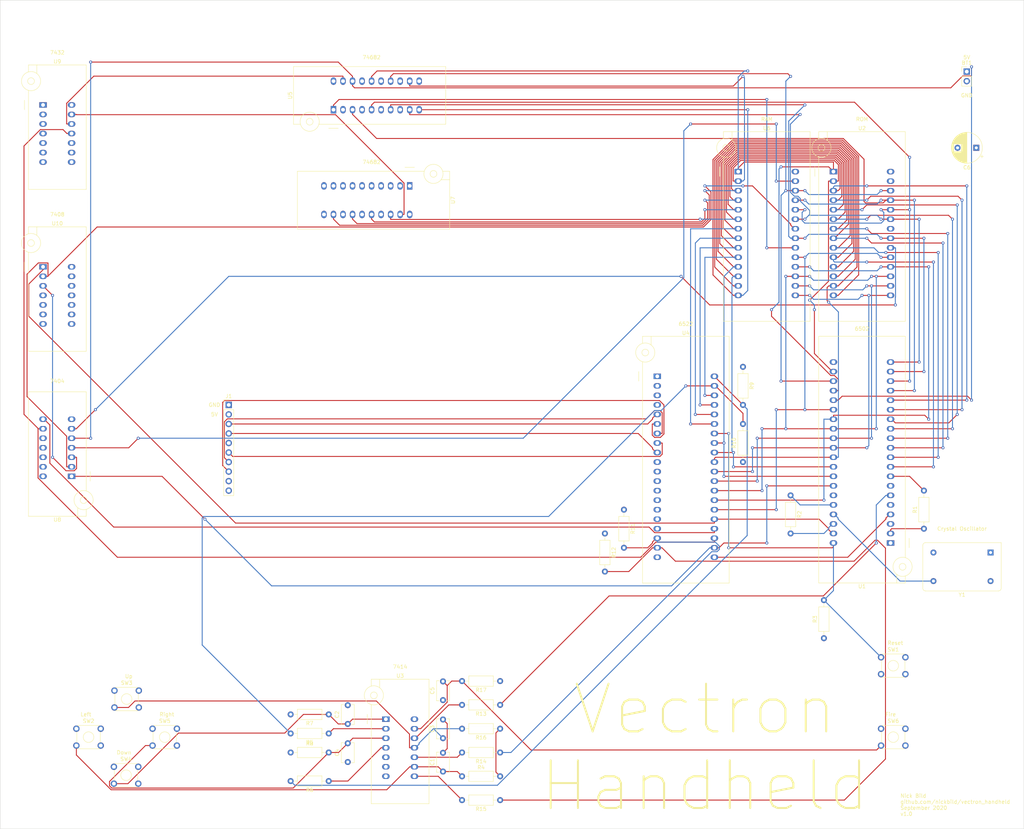
<source format=kicad_pcb>
(kicad_pcb (version 20171130) (host pcbnew "(5.1.5-0)")
  (layers (0 F.Cu signal) (1 GND signal hide) (2 PWR signal hide) (31 B.Cu signal) (34 B.Paste user) (35 F.Paste user) (36 B.SilkS user) (37 F.SilkS user) (38 B.Mask user) (39 F.Mask user) (44 Edge.Cuts user))
  (net 0 "")
  (net 1 GND)
  (net 2 +5V)
  (net 3 "Net-(C1-Pad1)")
  (net 4 "Net-(C2-Pad1)")
  (net 5 "Net-(C3-Pad1)")
  (net 6 "Net-(C4-Pad2)")
  (net 7 "Net-(C5-Pad2)")
  (net 8 "Net-(J1-Pad9)")
  (net 9 "Net-(J1-Pad8)")
  (net 10 "Net-(J1-Pad7)")
  (net 11 "Net-(J1-Pad6)")
  (net 12 "Net-(J1-Pad5)")
  (net 13 "Net-(J1-Pad4)")
  (net 14 "Net-(J1-Pad3)")
  (net 15 "Net-(R1-Pad1)")
  (net 16 "Net-(R2-Pad1)")
  (net 17 "Net-(R3-Pad2)")
  (net 18 "Net-(R10-Pad2)")
  (net 19 "Net-(R5-Pad1)")
  (net 20 "Net-(R6-Pad2)")
  (net 21 "Net-(R6-Pad1)")
  (net 22 "Net-(R11-Pad2)")
  (net 23 "Net-(R12-Pad2)")
  (net 24 "Net-(R13-Pad2)")
  (net 25 "Net-(R13-Pad1)")
  (net 26 "Net-(R14-Pad2)")
  (net 27 "Net-(R15-Pad2)")
  (net 28 "Net-(SW1-Pad2)")
  (net 29 "Net-(SW1-Pad4)")
  (net 30 "Net-(SW2-Pad2)")
  (net 31 "Net-(SW2-Pad4)")
  (net 32 "Net-(SW3-Pad2)")
  (net 33 "Net-(SW3-Pad4)")
  (net 34 "Net-(SW4-Pad2)")
  (net 35 "Net-(SW4-Pad4)")
  (net 36 "Net-(SW5-Pad2)")
  (net 37 "Net-(SW5-Pad4)")
  (net 38 "Net-(SW6-Pad2)")
  (net 39 "Net-(SW6-Pad4)")
  (net 40 "Net-(U1-Pad20)")
  (net 41 "Net-(U1-Pad22)")
  (net 42 "Net-(U1-Pad19)")
  (net 43 "Net-(U1-Pad23)")
  (net 44 "Net-(U1-Pad18)")
  (net 45 "Net-(U1-Pad24)")
  (net 46 "Net-(U1-Pad17)")
  (net 47 "Net-(U1-Pad25)")
  (net 48 "Net-(U1-Pad16)")
  (net 49 "Net-(U1-Pad26)")
  (net 50 "Net-(U1-Pad15)")
  (net 51 "Net-(U1-Pad27)")
  (net 52 "Net-(U1-Pad14)")
  (net 53 "Net-(U1-Pad28)")
  (net 54 "Net-(U1-Pad13)")
  (net 55 "Net-(U1-Pad29)")
  (net 56 "Net-(U1-Pad12)")
  (net 57 "Net-(U1-Pad30)")
  (net 58 "Net-(U1-Pad11)")
  (net 59 "Net-(U1-Pad31)")
  (net 60 "Net-(U1-Pad10)")
  (net 61 "Net-(U1-Pad32)")
  (net 62 "Net-(U1-Pad9)")
  (net 63 "Net-(U1-Pad33)")
  (net 64 "Net-(U1-Pad34)")
  (net 65 "Net-(U1-Pad7)")
  (net 66 "Net-(U1-Pad35)")
  (net 67 "Net-(U1-Pad5)")
  (net 68 "Net-(U1-Pad37)")
  (net 69 "Net-(U1-Pad4)")
  (net 70 "Net-(U1-Pad3)")
  (net 71 "Net-(U1-Pad39)")
  (net 72 "Net-(U1-Pad1)")
  (net 73 "Net-(U2-Pad20)")
  (net 74 "Net-(U3-Pad6)")
  (net 75 "Net-(U3-Pad5)")
  (net 76 "Net-(U4-Pad23)")
  (net 77 "Net-(U4-Pad24)")
  (net 78 "Net-(U4-Pad17)")
  (net 79 "Net-(U4-Pad16)")
  (net 80 "Net-(U4-Pad15)")
  (net 81 "Net-(U4-Pad14)")
  (net 82 "Net-(U4-Pad13)")
  (net 83 "Net-(U4-Pad12)")
  (net 84 "Net-(U4-Pad11)")
  (net 85 "Net-(U4-Pad10)")
  (net 86 "Net-(U4-Pad4)")
  (net 87 "Net-(U4-Pad3)")
  (net 88 "Net-(U4-Pad2)")
  (net 89 "Net-(U5-Pad19)")
  (net 90 "Net-(U5-Pad1)")
  (net 91 "Net-(U10-Pad2)")
  (net 92 "Net-(U6-Pad27)")
  (net 93 "Net-(U7-Pad19)")
  (net 94 "Net-(U7-Pad1)")
  (net 95 "Net-(U8-Pad10)")
  (net 96 "Net-(U8-Pad11)")
  (net 97 "Net-(U8-Pad12)")
  (net 98 "Net-(U10-Pad3)")
  (net 99 "Net-(U8-Pad13)")
  (net 100 "Net-(U9-Pad8)")
  (net 101 "Net-(U9-Pad9)")
  (net 102 "Net-(U9-Pad6)")
  (net 103 "Net-(U9-Pad10)")
  (net 104 "Net-(U9-Pad5)")
  (net 105 "Net-(U9-Pad4)")
  (net 106 "Net-(U9-Pad3)")
  (net 107 "Net-(U9-Pad2)")
  (net 108 "Net-(U9-Pad1)")
  (net 109 "Net-(U10-Pad8)")
  (net 110 "Net-(U10-Pad9)")
  (net 111 "Net-(U10-Pad6)")
  (net 112 "Net-(U10-Pad10)")
  (net 113 "Net-(U10-Pad5)")
  (net 114 "Net-(U10-Pad11)")
  (net 115 "Net-(U10-Pad4)")
  (net 116 "Net-(U10-Pad12)")
  (net 117 "Net-(U10-Pad13)")
  (module Socket:DIP_Socket-14_W4.3_W5.08_W7.62_W10.16_W10.9_3M_214-3339-00-0602J (layer F.Cu) (at -24.13 3.81)
    (fp_text reference U9 (at 3.81 -11.56) (layer F.SilkS))
    (fp_text value SN74HC32N)
    (pad 8 thru_hole oval (at 7.62 15.24) (size 2 1.44) (drill 1) (layers *.Cu *.Mask) (net 100 "Net-(U9-Pad8)"))
    (pad 7 thru_hole oval (at 0 15.24) (size 2 1.44) (drill 1) (layers *.Cu *.Mask) (net 1 GND))
    (pad 9 thru_hole oval (at 7.62 12.7) (size 2 1.44) (drill 1) (layers *.Cu *.Mask) (net 101 "Net-(U9-Pad9)"))
    (pad 6 thru_hole oval (at 0 12.7) (size 2 1.44) (drill 1) (layers *.Cu *.Mask) (net 102 "Net-(U9-Pad6)"))
    (pad 10 thru_hole oval (at 7.62 10.16) (size 2 1.44) (drill 1) (layers *.Cu *.Mask) (net 103 "Net-(U9-Pad10)"))
    (pad 5 thru_hole oval (at 0 10.16) (size 2 1.44) (drill 1) (layers *.Cu *.Mask) (net 104 "Net-(U9-Pad5)"))
    (pad 11 thru_hole oval (at 7.62 7.62) (size 2 1.44) (drill 1) (layers *.Cu *.Mask) (net 76 "Net-(U4-Pad23)"))
    (pad 4 thru_hole oval (at 0 7.62) (size 2 1.44) (drill 1) (layers *.Cu *.Mask) (net 105 "Net-(U9-Pad4)"))
    (pad 12 thru_hole oval (at 7.62 5.08) (size 2 1.44) (drill 1) (layers *.Cu *.Mask) (net 89 "Net-(U5-Pad19)"))
    (pad 3 thru_hole oval (at 0 5.08) (size 2 1.44) (drill 1) (layers *.Cu *.Mask) (net 106 "Net-(U9-Pad3)"))
    (pad 13 thru_hole oval (at 7.62 2.54) (size 2 1.44) (drill 1) (layers *.Cu *.Mask) (net 93 "Net-(U7-Pad19)"))
    (pad 2 thru_hole oval (at 0 2.54) (size 2 1.44) (drill 1) (layers *.Cu *.Mask) (net 107 "Net-(U9-Pad2)"))
    (pad 14 thru_hole oval (at 7.62 0) (size 2 1.44) (drill 1) (layers *.Cu *.Mask) (net 2 +5V))
    (pad 1 thru_hole rect (at 0 0) (size 2 1.44) (drill 1) (layers *.Cu *.Mask) (net 108 "Net-(U9-Pad1)"))
  )
  (module Oscillator:Oscillator_DIP-14 (layer F.Cu) (at 228.6 123.19 180)
    (fp_text reference Y1 (at 7.62 -11.26) (layer F.SilkS))
    (fp_text value "8MHz Crystal")
    (pad 7 thru_hole circle (at 15.24 0 180) (size 1.6 1.6) (drill 0.8) (layers *.Cu *.Mask) (net 1 GND))
    (pad 8 thru_hole circle (at 15.24 -7.62 180) (size 1.6 1.6) (drill 0.8) (layers *.Cu *.Mask) (net 68 "Net-(U1-Pad37)"))
    (pad 14 thru_hole circle (at 0 -7.62 180) (size 1.6 1.6) (drill 0.8) (layers *.Cu *.Mask) (net 2 +5V))
    (pad 1 thru_hole rect (at 0 0 180) (size 1.6 1.6) (drill 0.8) (layers *.Cu *.Mask))
  )
  (module Socket:DIP_Socket-14_W4.3_W5.08_W7.62_W10.16_W10.9_3M_214-3339-00-0602J (layer F.Cu) (at -24.13 46.99)
    (fp_text reference U10 (at 3.81 -11.56) (layer F.SilkS))
    (fp_text value SN74HC08N)
    (pad 8 thru_hole oval (at 7.62 15.24) (size 2 1.44) (drill 1) (layers *.Cu *.Mask) (net 109 "Net-(U10-Pad8)"))
    (pad 7 thru_hole oval (at 0 15.24) (size 2 1.44) (drill 1) (layers *.Cu *.Mask) (net 1 GND))
    (pad 9 thru_hole oval (at 7.62 12.7) (size 2 1.44) (drill 1) (layers *.Cu *.Mask) (net 110 "Net-(U10-Pad9)"))
    (pad 6 thru_hole oval (at 0 12.7) (size 2 1.44) (drill 1) (layers *.Cu *.Mask) (net 111 "Net-(U10-Pad6)"))
    (pad 10 thru_hole oval (at 7.62 10.16) (size 2 1.44) (drill 1) (layers *.Cu *.Mask) (net 112 "Net-(U10-Pad10)"))
    (pad 5 thru_hole oval (at 0 10.16) (size 2 1.44) (drill 1) (layers *.Cu *.Mask) (net 113 "Net-(U10-Pad5)"))
    (pad 11 thru_hole oval (at 7.62 7.62) (size 2 1.44) (drill 1) (layers *.Cu *.Mask) (net 114 "Net-(U10-Pad11)"))
    (pad 4 thru_hole oval (at 0 7.62) (size 2 1.44) (drill 1) (layers *.Cu *.Mask) (net 115 "Net-(U10-Pad4)"))
    (pad 12 thru_hole oval (at 7.62 5.08) (size 2 1.44) (drill 1) (layers *.Cu *.Mask) (net 116 "Net-(U10-Pad12)"))
    (pad 3 thru_hole oval (at 0 5.08) (size 2 1.44) (drill 1) (layers *.Cu *.Mask) (net 98 "Net-(U10-Pad3)"))
    (pad 13 thru_hole oval (at 7.62 2.54) (size 2 1.44) (drill 1) (layers *.Cu *.Mask) (net 117 "Net-(U10-Pad13)"))
    (pad 2 thru_hole oval (at 0 2.54) (size 2 1.44) (drill 1) (layers *.Cu *.Mask) (net 91 "Net-(U10-Pad2)"))
    (pad 14 thru_hole oval (at 7.62 0) (size 2 1.44) (drill 1) (layers *.Cu *.Mask) (net 2 +5V))
    (pad 1 thru_hole rect (at 0 0) (size 2 1.44) (drill 1) (layers *.Cu *.Mask) (net 71 "Net-(U1-Pad39)"))
  )
  (module Socket:DIP_Socket-14_W4.3_W5.08_W7.62_W10.16_W10.9_3M_214-3339-00-0602J (layer F.Cu) (at -16.51 102.87 180)
    (fp_text reference U8 (at 3.81 -11.56) (layer F.SilkS))
    (fp_text value SN74LS04N)
    (pad 8 thru_hole oval (at 7.62 15.24 180) (size 2 1.44) (drill 1) (layers *.Cu *.Mask) (net 77 "Net-(U4-Pad24)"))
    (pad 7 thru_hole oval (at 0 15.24 180) (size 2 1.44) (drill 1) (layers *.Cu *.Mask) (net 1 GND))
    (pad 9 thru_hole oval (at 7.62 12.7 180) (size 2 1.44) (drill 1) (layers *.Cu *.Mask) (net 76 "Net-(U4-Pad23)"))
    (pad 6 thru_hole oval (at 0 12.7 180) (size 2 1.44) (drill 1) (layers *.Cu *.Mask) (net 73 "Net-(U2-Pad20)"))
    (pad 10 thru_hole oval (at 7.62 10.16 180) (size 2 1.44) (drill 1) (layers *.Cu *.Mask) (net 95 "Net-(U8-Pad10)"))
    (pad 5 thru_hole oval (at 0 10.16 180) (size 2 1.44) (drill 1) (layers *.Cu *.Mask) (net 47 "Net-(U1-Pad25)"))
    (pad 11 thru_hole oval (at 7.62 7.62 180) (size 2 1.44) (drill 1) (layers *.Cu *.Mask) (net 96 "Net-(U8-Pad11)"))
    (pad 4 thru_hole oval (at 0 7.62 180) (size 2 1.44) (drill 1) (layers *.Cu *.Mask) (net 92 "Net-(U6-Pad27)"))
    (pad 12 thru_hole oval (at 7.62 5.08 180) (size 2 1.44) (drill 1) (layers *.Cu *.Mask) (net 97 "Net-(U8-Pad12)"))
    (pad 3 thru_hole oval (at 0 5.08 180) (size 2 1.44) (drill 1) (layers *.Cu *.Mask) (net 98 "Net-(U10-Pad3)"))
    (pad 13 thru_hole oval (at 7.62 2.54 180) (size 2 1.44) (drill 1) (layers *.Cu *.Mask) (net 99 "Net-(U8-Pad13)"))
    (pad 2 thru_hole oval (at 0 2.54 180) (size 2 1.44) (drill 1) (layers *.Cu *.Mask) (net 91 "Net-(U10-Pad2)"))
    (pad 14 thru_hole oval (at 7.62 0 180) (size 2 1.44) (drill 1) (layers *.Cu *.Mask) (net 2 +5V))
    (pad 1 thru_hole rect (at 0 0 180) (size 2 1.44) (drill 1) (layers *.Cu *.Mask) (net 64 "Net-(U1-Pad34)"))
  )
  (module Socket:DIP_Socket-20_W4.3_W5.08_W7.62_W10.16_W10.9_3M_220-3342-00-0602J (layer F.Cu) (at 73.66 25.4 270)
    (fp_text reference U7 (at 3.81 -11.56 90) (layer F.SilkS))
    (fp_text value 74LS682)
    (pad 11 thru_hole oval (at 7.62 22.86 270) (size 2 1.44) (drill 1) (layers *.Cu *.Mask) (net 2 +5V))
    (pad 10 thru_hole oval (at 0 22.86 270) (size 2 1.44) (drill 1) (layers *.Cu *.Mask) (net 1 GND))
    (pad 12 thru_hole oval (at 7.62 20.32 270) (size 2 1.44) (drill 1) (layers *.Cu *.Mask) (net 48 "Net-(U1-Pad16)"))
    (pad 9 thru_hole oval (at 0 20.32 270) (size 2 1.44) (drill 1) (layers *.Cu *.Mask) (net 1 GND))
    (pad 13 thru_hole oval (at 7.62 17.78 270) (size 2 1.44) (drill 1) (layers *.Cu *.Mask) (net 2 +5V))
    (pad 8 thru_hole oval (at 0 17.78 270) (size 2 1.44) (drill 1) (layers *.Cu *.Mask) (net 1 GND))
    (pad 14 thru_hole oval (at 7.62 15.24 270) (size 2 1.44) (drill 1) (layers *.Cu *.Mask) (net 50 "Net-(U1-Pad15)"))
    (pad 7 thru_hole oval (at 0 15.24 270) (size 2 1.44) (drill 1) (layers *.Cu *.Mask) (net 1 GND))
    (pad 15 thru_hole oval (at 7.62 12.7 270) (size 2 1.44) (drill 1) (layers *.Cu *.Mask) (net 2 +5V))
    (pad 6 thru_hole oval (at 0 12.7 270) (size 2 1.44) (drill 1) (layers *.Cu *.Mask) (net 1 GND))
    (pad 16 thru_hole oval (at 7.62 10.16 270) (size 2 1.44) (drill 1) (layers *.Cu *.Mask) (net 52 "Net-(U1-Pad14)"))
    (pad 5 thru_hole oval (at 0 10.16 270) (size 2 1.44) (drill 1) (layers *.Cu *.Mask) (net 1 GND))
    (pad 17 thru_hole oval (at 7.62 7.62 270) (size 2 1.44) (drill 1) (layers *.Cu *.Mask) (net 2 +5V))
    (pad 4 thru_hole oval (at 0 7.62 270) (size 2 1.44) (drill 1) (layers *.Cu *.Mask) (net 1 GND))
    (pad 18 thru_hole oval (at 7.62 5.08 270) (size 2 1.44) (drill 1) (layers *.Cu *.Mask) (net 54 "Net-(U1-Pad13)"))
    (pad 3 thru_hole oval (at 0 5.08 270) (size 2 1.44) (drill 1) (layers *.Cu *.Mask) (net 1 GND))
    (pad 19 thru_hole oval (at 7.62 2.54 270) (size 2 1.44) (drill 1) (layers *.Cu *.Mask) (net 93 "Net-(U7-Pad19)"))
    (pad 2 thru_hole oval (at 0 2.54 270) (size 2 1.44) (drill 1) (layers *.Cu *.Mask) (net 1 GND))
    (pad 20 thru_hole oval (at 7.62 0 270) (size 2 1.44) (drill 1) (layers *.Cu *.Mask) (net 2 +5V))
    (pad 1 thru_hole rect (at 0 0 270) (size 2 1.44) (drill 1) (layers *.Cu *.Mask) (net 94 "Net-(U7-Pad1)"))
  )
  (module Socket:DIP_Socket-28_W11.9_W12.7_W15.24_W17.78_W18.5_3M_228-1277-00-0602J (layer F.Cu) (at 161.29 21.59)
    (fp_text reference U6 (at 7.62 -11.56) (layer F.SilkS))
    (fp_text value AS6C62256A-70PCN)
    (pad 15 thru_hole oval (at 15.24 33.02) (size 2 1.44) (drill 1) (layers *.Cu *.Mask) (net 57 "Net-(U1-Pad30)"))
    (pad 14 thru_hole oval (at 0 33.02) (size 2 1.44) (drill 1) (layers *.Cu *.Mask) (net 1 GND))
    (pad 16 thru_hole oval (at 15.24 30.48) (size 2 1.44) (drill 1) (layers *.Cu *.Mask) (net 55 "Net-(U1-Pad29)"))
    (pad 13 thru_hole oval (at 0 30.48) (size 2 1.44) (drill 1) (layers *.Cu *.Mask) (net 59 "Net-(U1-Pad31)"))
    (pad 17 thru_hole oval (at 15.24 27.94) (size 2 1.44) (drill 1) (layers *.Cu *.Mask) (net 53 "Net-(U1-Pad28)"))
    (pad 12 thru_hole oval (at 0 27.94) (size 2 1.44) (drill 1) (layers *.Cu *.Mask) (net 61 "Net-(U1-Pad32)"))
    (pad 18 thru_hole oval (at 15.24 25.4) (size 2 1.44) (drill 1) (layers *.Cu *.Mask) (net 51 "Net-(U1-Pad27)"))
    (pad 11 thru_hole oval (at 0 25.4) (size 2 1.44) (drill 1) (layers *.Cu *.Mask) (net 63 "Net-(U1-Pad33)"))
    (pad 19 thru_hole oval (at 15.24 22.86) (size 2 1.44) (drill 1) (layers *.Cu *.Mask) (net 49 "Net-(U1-Pad26)"))
    (pad 10 thru_hole oval (at 0 22.86) (size 2 1.44) (drill 1) (layers *.Cu *.Mask) (net 62 "Net-(U1-Pad9)"))
    (pad 20 thru_hole oval (at 15.24 20.32) (size 2 1.44) (drill 1) (layers *.Cu *.Mask) (net 90 "Net-(U5-Pad1)"))
    (pad 9 thru_hole oval (at 0 20.32) (size 2 1.44) (drill 1) (layers *.Cu *.Mask) (net 60 "Net-(U1-Pad10)"))
    (pad 21 thru_hole oval (at 15.24 17.78) (size 2 1.44) (drill 1) (layers *.Cu *.Mask) (net 42 "Net-(U1-Pad19)"))
    (pad 8 thru_hole oval (at 0 17.78) (size 2 1.44) (drill 1) (layers *.Cu *.Mask) (net 58 "Net-(U1-Pad11)"))
    (pad 22 thru_hole oval (at 15.24 15.24) (size 2 1.44) (drill 1) (layers *.Cu *.Mask) (net 91 "Net-(U10-Pad2)"))
    (pad 7 thru_hole oval (at 0 15.24) (size 2 1.44) (drill 1) (layers *.Cu *.Mask) (net 56 "Net-(U1-Pad12)"))
    (pad 23 thru_hole oval (at 15.24 12.7) (size 2 1.44) (drill 1) (layers *.Cu *.Mask) (net 40 "Net-(U1-Pad20)"))
    (pad 6 thru_hole oval (at 0 12.7) (size 2 1.44) (drill 1) (layers *.Cu *.Mask) (net 54 "Net-(U1-Pad13)"))
    (pad 24 thru_hole oval (at 15.24 10.16) (size 2 1.44) (drill 1) (layers *.Cu *.Mask) (net 44 "Net-(U1-Pad18)"))
    (pad 5 thru_hole oval (at 0 10.16) (size 2 1.44) (drill 1) (layers *.Cu *.Mask) (net 52 "Net-(U1-Pad14)"))
    (pad 25 thru_hole oval (at 15.24 7.62) (size 2 1.44) (drill 1) (layers *.Cu *.Mask) (net 46 "Net-(U1-Pad17)"))
    (pad 4 thru_hole oval (at 0 7.62) (size 2 1.44) (drill 1) (layers *.Cu *.Mask) (net 50 "Net-(U1-Pad15)"))
    (pad 26 thru_hole oval (at 15.24 5.08) (size 2 1.44) (drill 1) (layers *.Cu *.Mask) (net 43 "Net-(U1-Pad23)"))
    (pad 3 thru_hole oval (at 0 5.08) (size 2 1.44) (drill 1) (layers *.Cu *.Mask) (net 48 "Net-(U1-Pad16)"))
    (pad 27 thru_hole oval (at 15.24 2.54) (size 2 1.44) (drill 1) (layers *.Cu *.Mask) (net 92 "Net-(U6-Pad27)"))
    (pad 2 thru_hole oval (at 0 2.54) (size 2 1.44) (drill 1) (layers *.Cu *.Mask) (net 41 "Net-(U1-Pad22)"))
    (pad 28 thru_hole oval (at 15.24 0) (size 2 1.44) (drill 1) (layers *.Cu *.Mask) (net 2 +5V))
    (pad 1 thru_hole rect (at 0 0) (size 2 1.44) (drill 1) (layers *.Cu *.Mask) (net 45 "Net-(U1-Pad24)"))
  )
  (module Socket:DIP_Socket-20_W4.3_W5.08_W7.62_W10.16_W10.9_3M_220-3342-00-0602J (layer F.Cu) (at 53.34 5.08 90)
    (fp_text reference U5 (at 3.81 -11.56 90) (layer F.SilkS))
    (fp_text value 74LS682)
    (pad 11 thru_hole oval (at 7.62 22.86 90) (size 2 1.44) (drill 1) (layers *.Cu *.Mask) (net 2 +5V))
    (pad 10 thru_hole oval (at 0 22.86 90) (size 2 1.44) (drill 1) (layers *.Cu *.Mask) (net 1 GND))
    (pad 12 thru_hole oval (at 7.62 20.32 90) (size 2 1.44) (drill 1) (layers *.Cu *.Mask) (net 41 "Net-(U1-Pad22)"))
    (pad 9 thru_hole oval (at 0 20.32 90) (size 2 1.44) (drill 1) (layers *.Cu *.Mask) (net 40 "Net-(U1-Pad20)"))
    (pad 13 thru_hole oval (at 7.62 17.78 90) (size 2 1.44) (drill 1) (layers *.Cu *.Mask) (net 2 +5V))
    (pad 8 thru_hole oval (at 0 17.78 90) (size 2 1.44) (drill 1) (layers *.Cu *.Mask) (net 2 +5V))
    (pad 14 thru_hole oval (at 7.62 15.24 90) (size 2 1.44) (drill 1) (layers *.Cu *.Mask) (net 43 "Net-(U1-Pad23)"))
    (pad 7 thru_hole oval (at 0 15.24 90) (size 2 1.44) (drill 1) (layers *.Cu *.Mask) (net 42 "Net-(U1-Pad19)"))
    (pad 15 thru_hole oval (at 7.62 12.7 90) (size 2 1.44) (drill 1) (layers *.Cu *.Mask) (net 2 +5V))
    (pad 6 thru_hole oval (at 0 12.7 90) (size 2 1.44) (drill 1) (layers *.Cu *.Mask) (net 2 +5V))
    (pad 16 thru_hole oval (at 7.62 10.16 90) (size 2 1.44) (drill 1) (layers *.Cu *.Mask) (net 45 "Net-(U1-Pad24)"))
    (pad 5 thru_hole oval (at 0 10.16 90) (size 2 1.44) (drill 1) (layers *.Cu *.Mask) (net 44 "Net-(U1-Pad18)"))
    (pad 17 thru_hole oval (at 7.62 7.62 90) (size 2 1.44) (drill 1) (layers *.Cu *.Mask) (net 1 GND))
    (pad 4 thru_hole oval (at 0 7.62 90) (size 2 1.44) (drill 1) (layers *.Cu *.Mask) (net 2 +5V))
    (pad 18 thru_hole oval (at 7.62 5.08 90) (size 2 1.44) (drill 1) (layers *.Cu *.Mask) (net 47 "Net-(U1-Pad25)"))
    (pad 3 thru_hole oval (at 0 5.08 90) (size 2 1.44) (drill 1) (layers *.Cu *.Mask) (net 46 "Net-(U1-Pad17)"))
    (pad 19 thru_hole oval (at 7.62 2.54 90) (size 2 1.44) (drill 1) (layers *.Cu *.Mask) (net 89 "Net-(U5-Pad19)"))
    (pad 2 thru_hole oval (at 0 2.54 90) (size 2 1.44) (drill 1) (layers *.Cu *.Mask) (net 2 +5V))
    (pad 20 thru_hole oval (at 7.62 0 90) (size 2 1.44) (drill 1) (layers *.Cu *.Mask) (net 2 +5V))
    (pad 1 thru_hole rect (at 0 0 90) (size 2 1.44) (drill 1) (layers *.Cu *.Mask) (net 90 "Net-(U5-Pad1)"))
  )
  (module Socket:DIP_Socket-40_W11.9_W12.7_W15.24_W17.78_W18.5_3M_240-1280-00-0602J (layer F.Cu) (at 139.7 76.2)
    (fp_text reference U4 (at 7.62 -11.56) (layer F.SilkS))
    (fp_text value W65C22SxP)
    (pad 21 thru_hole oval (at 15.24 48.26) (size 2 1.44) (drill 1) (layers *.Cu *.Mask) (net 69 "Net-(U1-Pad4)"))
    (pad 20 thru_hole oval (at 0 48.26) (size 2 1.44) (drill 1) (layers *.Cu *.Mask) (net 2 +5V))
    (pad 22 thru_hole oval (at 15.24 45.72) (size 2 1.44) (drill 1) (layers *.Cu *.Mask) (net 64 "Net-(U1-Pad34)"))
    (pad 19 thru_hole oval (at 0 45.72) (size 2 1.44) (drill 1) (layers *.Cu *.Mask) (net 23 "Net-(R12-Pad2)"))
    (pad 23 thru_hole oval (at 15.24 43.18) (size 2 1.44) (drill 1) (layers *.Cu *.Mask) (net 76 "Net-(U4-Pad23)"))
    (pad 18 thru_hole oval (at 0 43.18) (size 2 1.44) (drill 1) (layers *.Cu *.Mask) (net 22 "Net-(R11-Pad2)"))
    (pad 24 thru_hole oval (at 15.24 40.64) (size 2 1.44) (drill 1) (layers *.Cu *.Mask) (net 77 "Net-(U4-Pad24)"))
    (pad 17 thru_hole oval (at 0 40.64) (size 2 1.44) (drill 1) (layers *.Cu *.Mask) (net 78 "Net-(U4-Pad17)"))
    (pad 25 thru_hole oval (at 15.24 38.1) (size 2 1.44) (drill 1) (layers *.Cu *.Mask) (net 71 "Net-(U1-Pad39)"))
    (pad 16 thru_hole oval (at 0 38.1) (size 2 1.44) (drill 1) (layers *.Cu *.Mask) (net 79 "Net-(U4-Pad16)"))
    (pad 26 thru_hole oval (at 15.24 35.56) (size 2 1.44) (drill 1) (layers *.Cu *.Mask) (net 49 "Net-(U1-Pad26)"))
    (pad 15 thru_hole oval (at 0 35.56) (size 2 1.44) (drill 1) (layers *.Cu *.Mask) (net 80 "Net-(U4-Pad15)"))
    (pad 27 thru_hole oval (at 15.24 33.02) (size 2 1.44) (drill 1) (layers *.Cu *.Mask) (net 51 "Net-(U1-Pad27)"))
    (pad 14 thru_hole oval (at 0 33.02) (size 2 1.44) (drill 1) (layers *.Cu *.Mask) (net 81 "Net-(U4-Pad14)"))
    (pad 28 thru_hole oval (at 15.24 30.48) (size 2 1.44) (drill 1) (layers *.Cu *.Mask) (net 53 "Net-(U1-Pad28)"))
    (pad 13 thru_hole oval (at 0 30.48) (size 2 1.44) (drill 1) (layers *.Cu *.Mask) (net 82 "Net-(U4-Pad13)"))
    (pad 29 thru_hole oval (at 15.24 27.94) (size 2 1.44) (drill 1) (layers *.Cu *.Mask) (net 55 "Net-(U1-Pad29)"))
    (pad 12 thru_hole oval (at 0 27.94) (size 2 1.44) (drill 1) (layers *.Cu *.Mask) (net 83 "Net-(U4-Pad12)"))
    (pad 30 thru_hole oval (at 15.24 25.4) (size 2 1.44) (drill 1) (layers *.Cu *.Mask) (net 57 "Net-(U1-Pad30)"))
    (pad 11 thru_hole oval (at 0 25.4) (size 2 1.44) (drill 1) (layers *.Cu *.Mask) (net 84 "Net-(U4-Pad11)"))
    (pad 31 thru_hole oval (at 15.24 22.86) (size 2 1.44) (drill 1) (layers *.Cu *.Mask) (net 59 "Net-(U1-Pad31)"))
    (pad 10 thru_hole oval (at 0 22.86) (size 2 1.44) (drill 1) (layers *.Cu *.Mask) (net 85 "Net-(U4-Pad10)"))
    (pad 32 thru_hole oval (at 15.24 20.32) (size 2 1.44) (drill 1) (layers *.Cu *.Mask) (net 61 "Net-(U1-Pad32)"))
    (pad 9 thru_hole oval (at 0 20.32) (size 2 1.44) (drill 1) (layers *.Cu *.Mask) (net 13 "Net-(J1-Pad4)"))
    (pad 33 thru_hole oval (at 15.24 17.78) (size 2 1.44) (drill 1) (layers *.Cu *.Mask) (net 63 "Net-(U1-Pad33)"))
    (pad 8 thru_hole oval (at 0 17.78) (size 2 1.44) (drill 1) (layers *.Cu *.Mask) (net 11 "Net-(J1-Pad6)"))
    (pad 34 thru_hole oval (at 15.24 15.24) (size 2 1.44) (drill 1) (layers *.Cu *.Mask) (net 17 "Net-(R3-Pad2)"))
    (pad 7 thru_hole oval (at 0 15.24) (size 2 1.44) (drill 1) (layers *.Cu *.Mask) (net 10 "Net-(J1-Pad7)"))
    (pad 35 thru_hole oval (at 15.24 12.7) (size 2 1.44) (drill 1) (layers *.Cu *.Mask) (net 56 "Net-(U1-Pad12)"))
    (pad 6 thru_hole oval (at 0 12.7) (size 2 1.44) (drill 1) (layers *.Cu *.Mask) (net 9 "Net-(J1-Pad8)"))
    (pad 36 thru_hole oval (at 15.24 10.16) (size 2 1.44) (drill 1) (layers *.Cu *.Mask) (net 58 "Net-(U1-Pad11)"))
    (pad 5 thru_hole oval (at 0 10.16) (size 2 1.44) (drill 1) (layers *.Cu *.Mask) (net 14 "Net-(J1-Pad3)"))
    (pad 37 thru_hole oval (at 15.24 7.62) (size 2 1.44) (drill 1) (layers *.Cu *.Mask) (net 60 "Net-(U1-Pad10)"))
    (pad 4 thru_hole oval (at 0 7.62) (size 2 1.44) (drill 1) (layers *.Cu *.Mask) (net 86 "Net-(U4-Pad4)"))
    (pad 38 thru_hole oval (at 15.24 5.08) (size 2 1.44) (drill 1) (layers *.Cu *.Mask) (net 62 "Net-(U1-Pad9)"))
    (pad 3 thru_hole oval (at 0 5.08) (size 2 1.44) (drill 1) (layers *.Cu *.Mask) (net 87 "Net-(U4-Pad3)"))
    (pad 39 thru_hole oval (at 15.24 2.54) (size 2 1.44) (drill 1) (layers *.Cu *.Mask) (net 18 "Net-(R10-Pad2)"))
    (pad 2 thru_hole oval (at 0 2.54) (size 2 1.44) (drill 1) (layers *.Cu *.Mask) (net 88 "Net-(U4-Pad2)"))
    (pad 40 thru_hole oval (at 15.24 0) (size 2 1.44) (drill 1) (layers *.Cu *.Mask) (net 20 "Net-(R6-Pad2)"))
    (pad 1 thru_hole rect (at 0 0) (size 2 1.44) (drill 1) (layers *.Cu *.Mask) (net 1 GND))
  )
  (module Socket:DIP_Socket-14_W4.3_W5.08_W7.62_W10.16_W10.9_3M_214-3339-00-0602J (layer F.Cu) (at 67.31 167.64)
    (fp_text reference U3 (at 3.81 -11.56) (layer F.SilkS))
    (fp_text value SN74HC14N)
    (pad 8 thru_hole oval (at 7.62 15.24) (size 2 1.44) (drill 1) (layers *.Cu *.Mask) (net 27 "Net-(R15-Pad2)"))
    (pad 7 thru_hole oval (at 0 15.24) (size 2 1.44) (drill 1) (layers *.Cu *.Mask) (net 1 GND))
    (pad 9 thru_hole oval (at 7.62 12.7) (size 2 1.44) (drill 1) (layers *.Cu *.Mask) (net 3 "Net-(C1-Pad1)"))
    (pad 6 thru_hole oval (at 0 12.7) (size 2 1.44) (drill 1) (layers *.Cu *.Mask) (net 74 "Net-(U3-Pad6)"))
    (pad 10 thru_hole oval (at 7.62 10.16) (size 2 1.44) (drill 1) (layers *.Cu *.Mask) (net 26 "Net-(R14-Pad2)"))
    (pad 5 thru_hole oval (at 0 10.16) (size 2 1.44) (drill 1) (layers *.Cu *.Mask) (net 75 "Net-(U3-Pad5)"))
    (pad 11 thru_hole oval (at 7.62 7.62) (size 2 1.44) (drill 1) (layers *.Cu *.Mask) (net 5 "Net-(C3-Pad1)"))
    (pad 4 thru_hole oval (at 0 7.62) (size 2 1.44) (drill 1) (layers *.Cu *.Mask) (net 21 "Net-(R6-Pad1)"))
    (pad 12 thru_hole oval (at 7.62 5.08) (size 2 1.44) (drill 1) (layers *.Cu *.Mask) (net 24 "Net-(R13-Pad2)"))
    (pad 3 thru_hole oval (at 0 5.08) (size 2 1.44) (drill 1) (layers *.Cu *.Mask) (net 6 "Net-(C4-Pad2)"))
    (pad 13 thru_hole oval (at 7.62 2.54) (size 2 1.44) (drill 1) (layers *.Cu *.Mask) (net 7 "Net-(C5-Pad2)"))
    (pad 2 thru_hole oval (at 0 2.54) (size 2 1.44) (drill 1) (layers *.Cu *.Mask) (net 19 "Net-(R5-Pad1)"))
    (pad 14 thru_hole oval (at 7.62 0) (size 2 1.44) (drill 1) (layers *.Cu *.Mask) (net 2 +5V))
    (pad 1 thru_hole rect (at 0 0) (size 2 1.44) (drill 1) (layers *.Cu *.Mask) (net 4 "Net-(C2-Pad1)"))
  )
  (module Socket:DIP_Socket-28_W11.9_W12.7_W15.24_W17.78_W18.5_3M_228-1277-00-0602J (layer F.Cu) (at 186.69 21.59)
    (fp_text reference U2 (at 7.62 -11.56) (layer F.SilkS))
    (fp_text value AT28C256-15PU)
    (pad 15 thru_hole oval (at 15.24 33.02) (size 2 1.44) (drill 1) (layers *.Cu *.Mask) (net 57 "Net-(U1-Pad30)"))
    (pad 14 thru_hole oval (at 0 33.02) (size 2 1.44) (drill 1) (layers *.Cu *.Mask) (net 1 GND))
    (pad 16 thru_hole oval (at 15.24 30.48) (size 2 1.44) (drill 1) (layers *.Cu *.Mask) (net 55 "Net-(U1-Pad29)"))
    (pad 13 thru_hole oval (at 0 30.48) (size 2 1.44) (drill 1) (layers *.Cu *.Mask) (net 59 "Net-(U1-Pad31)"))
    (pad 17 thru_hole oval (at 15.24 27.94) (size 2 1.44) (drill 1) (layers *.Cu *.Mask) (net 53 "Net-(U1-Pad28)"))
    (pad 12 thru_hole oval (at 0 27.94) (size 2 1.44) (drill 1) (layers *.Cu *.Mask) (net 61 "Net-(U1-Pad32)"))
    (pad 18 thru_hole oval (at 15.24 25.4) (size 2 1.44) (drill 1) (layers *.Cu *.Mask) (net 51 "Net-(U1-Pad27)"))
    (pad 11 thru_hole oval (at 0 25.4) (size 2 1.44) (drill 1) (layers *.Cu *.Mask) (net 63 "Net-(U1-Pad33)"))
    (pad 19 thru_hole oval (at 15.24 22.86) (size 2 1.44) (drill 1) (layers *.Cu *.Mask) (net 49 "Net-(U1-Pad26)"))
    (pad 10 thru_hole oval (at 0 22.86) (size 2 1.44) (drill 1) (layers *.Cu *.Mask) (net 62 "Net-(U1-Pad9)"))
    (pad 20 thru_hole oval (at 15.24 20.32) (size 2 1.44) (drill 1) (layers *.Cu *.Mask) (net 73 "Net-(U2-Pad20)"))
    (pad 9 thru_hole oval (at 0 20.32) (size 2 1.44) (drill 1) (layers *.Cu *.Mask) (net 60 "Net-(U1-Pad10)"))
    (pad 21 thru_hole oval (at 15.24 17.78) (size 2 1.44) (drill 1) (layers *.Cu *.Mask) (net 42 "Net-(U1-Pad19)"))
    (pad 8 thru_hole oval (at 0 17.78) (size 2 1.44) (drill 1) (layers *.Cu *.Mask) (net 58 "Net-(U1-Pad11)"))
    (pad 22 thru_hole oval (at 15.24 15.24) (size 2 1.44) (drill 1) (layers *.Cu *.Mask) (net 1 GND))
    (pad 7 thru_hole oval (at 0 15.24) (size 2 1.44) (drill 1) (layers *.Cu *.Mask) (net 56 "Net-(U1-Pad12)"))
    (pad 23 thru_hole oval (at 15.24 12.7) (size 2 1.44) (drill 1) (layers *.Cu *.Mask) (net 40 "Net-(U1-Pad20)"))
    (pad 6 thru_hole oval (at 0 12.7) (size 2 1.44) (drill 1) (layers *.Cu *.Mask) (net 54 "Net-(U1-Pad13)"))
    (pad 24 thru_hole oval (at 15.24 10.16) (size 2 1.44) (drill 1) (layers *.Cu *.Mask) (net 44 "Net-(U1-Pad18)"))
    (pad 5 thru_hole oval (at 0 10.16) (size 2 1.44) (drill 1) (layers *.Cu *.Mask) (net 52 "Net-(U1-Pad14)"))
    (pad 25 thru_hole oval (at 15.24 7.62) (size 2 1.44) (drill 1) (layers *.Cu *.Mask) (net 46 "Net-(U1-Pad17)"))
    (pad 4 thru_hole oval (at 0 7.62) (size 2 1.44) (drill 1) (layers *.Cu *.Mask) (net 50 "Net-(U1-Pad15)"))
    (pad 26 thru_hole oval (at 15.24 5.08) (size 2 1.44) (drill 1) (layers *.Cu *.Mask) (net 43 "Net-(U1-Pad23)"))
    (pad 3 thru_hole oval (at 0 5.08) (size 2 1.44) (drill 1) (layers *.Cu *.Mask) (net 48 "Net-(U1-Pad16)"))
    (pad 27 thru_hole oval (at 15.24 2.54) (size 2 1.44) (drill 1) (layers *.Cu *.Mask) (net 2 +5V))
    (pad 2 thru_hole oval (at 0 2.54) (size 2 1.44) (drill 1) (layers *.Cu *.Mask) (net 41 "Net-(U1-Pad22)"))
    (pad 28 thru_hole oval (at 15.24 0) (size 2 1.44) (drill 1) (layers *.Cu *.Mask) (net 2 +5V))
    (pad 1 thru_hole rect (at 0 0) (size 2 1.44) (drill 1) (layers *.Cu *.Mask) (net 45 "Net-(U1-Pad24)"))
  )
  (module Socket:DIP_Socket-40_W11.9_W12.7_W15.24_W17.78_W18.5_3M_240-1280-00-0602J (layer F.Cu) (at 201.93 120.65 180)
    (fp_text reference U1 (at 7.62 -11.56) (layer F.SilkS))
    (fp_text value W65C02SxP)
    (pad 21 thru_hole oval (at 15.24 48.26 180) (size 2 1.44) (drill 1) (layers *.Cu *.Mask) (net 1 GND))
    (pad 20 thru_hole oval (at 0 48.26 180) (size 2 1.44) (drill 1) (layers *.Cu *.Mask) (net 40 "Net-(U1-Pad20)"))
    (pad 22 thru_hole oval (at 15.24 45.72 180) (size 2 1.44) (drill 1) (layers *.Cu *.Mask) (net 41 "Net-(U1-Pad22)"))
    (pad 19 thru_hole oval (at 0 45.72 180) (size 2 1.44) (drill 1) (layers *.Cu *.Mask) (net 42 "Net-(U1-Pad19)"))
    (pad 23 thru_hole oval (at 15.24 43.18 180) (size 2 1.44) (drill 1) (layers *.Cu *.Mask) (net 43 "Net-(U1-Pad23)"))
    (pad 18 thru_hole oval (at 0 43.18 180) (size 2 1.44) (drill 1) (layers *.Cu *.Mask) (net 44 "Net-(U1-Pad18)"))
    (pad 24 thru_hole oval (at 15.24 40.64 180) (size 2 1.44) (drill 1) (layers *.Cu *.Mask) (net 45 "Net-(U1-Pad24)"))
    (pad 17 thru_hole oval (at 0 40.64 180) (size 2 1.44) (drill 1) (layers *.Cu *.Mask) (net 46 "Net-(U1-Pad17)"))
    (pad 25 thru_hole oval (at 15.24 38.1 180) (size 2 1.44) (drill 1) (layers *.Cu *.Mask) (net 47 "Net-(U1-Pad25)"))
    (pad 16 thru_hole oval (at 0 38.1 180) (size 2 1.44) (drill 1) (layers *.Cu *.Mask) (net 48 "Net-(U1-Pad16)"))
    (pad 26 thru_hole oval (at 15.24 35.56 180) (size 2 1.44) (drill 1) (layers *.Cu *.Mask) (net 49 "Net-(U1-Pad26)"))
    (pad 15 thru_hole oval (at 0 35.56 180) (size 2 1.44) (drill 1) (layers *.Cu *.Mask) (net 50 "Net-(U1-Pad15)"))
    (pad 27 thru_hole oval (at 15.24 33.02 180) (size 2 1.44) (drill 1) (layers *.Cu *.Mask) (net 51 "Net-(U1-Pad27)"))
    (pad 14 thru_hole oval (at 0 33.02 180) (size 2 1.44) (drill 1) (layers *.Cu *.Mask) (net 52 "Net-(U1-Pad14)"))
    (pad 28 thru_hole oval (at 15.24 30.48 180) (size 2 1.44) (drill 1) (layers *.Cu *.Mask) (net 53 "Net-(U1-Pad28)"))
    (pad 13 thru_hole oval (at 0 30.48 180) (size 2 1.44) (drill 1) (layers *.Cu *.Mask) (net 54 "Net-(U1-Pad13)"))
    (pad 29 thru_hole oval (at 15.24 27.94 180) (size 2 1.44) (drill 1) (layers *.Cu *.Mask) (net 55 "Net-(U1-Pad29)"))
    (pad 12 thru_hole oval (at 0 27.94 180) (size 2 1.44) (drill 1) (layers *.Cu *.Mask) (net 56 "Net-(U1-Pad12)"))
    (pad 30 thru_hole oval (at 15.24 25.4 180) (size 2 1.44) (drill 1) (layers *.Cu *.Mask) (net 57 "Net-(U1-Pad30)"))
    (pad 11 thru_hole oval (at 0 25.4 180) (size 2 1.44) (drill 1) (layers *.Cu *.Mask) (net 58 "Net-(U1-Pad11)"))
    (pad 31 thru_hole oval (at 15.24 22.86 180) (size 2 1.44) (drill 1) (layers *.Cu *.Mask) (net 59 "Net-(U1-Pad31)"))
    (pad 10 thru_hole oval (at 0 22.86 180) (size 2 1.44) (drill 1) (layers *.Cu *.Mask) (net 60 "Net-(U1-Pad10)"))
    (pad 32 thru_hole oval (at 15.24 20.32 180) (size 2 1.44) (drill 1) (layers *.Cu *.Mask) (net 61 "Net-(U1-Pad32)"))
    (pad 9 thru_hole oval (at 0 20.32 180) (size 2 1.44) (drill 1) (layers *.Cu *.Mask) (net 62 "Net-(U1-Pad9)"))
    (pad 33 thru_hole oval (at 15.24 17.78 180) (size 2 1.44) (drill 1) (layers *.Cu *.Mask) (net 63 "Net-(U1-Pad33)"))
    (pad 8 thru_hole oval (at 0 17.78 180) (size 2 1.44) (drill 1) (layers *.Cu *.Mask) (net 2 +5V))
    (pad 34 thru_hole oval (at 15.24 15.24 180) (size 2 1.44) (drill 1) (layers *.Cu *.Mask) (net 64 "Net-(U1-Pad34)"))
    (pad 7 thru_hole oval (at 0 15.24 180) (size 2 1.44) (drill 1) (layers *.Cu *.Mask) (net 65 "Net-(U1-Pad7)"))
    (pad 35 thru_hole oval (at 15.24 12.7 180) (size 2 1.44) (drill 1) (layers *.Cu *.Mask) (net 66 "Net-(U1-Pad35)"))
    (pad 6 thru_hole oval (at 0 12.7 180) (size 2 1.44) (drill 1) (layers *.Cu *.Mask) (net 25 "Net-(R13-Pad1)"))
    (pad 36 thru_hole oval (at 15.24 10.16 180) (size 2 1.44) (drill 1) (layers *.Cu *.Mask) (net 16 "Net-(R2-Pad1)"))
    (pad 5 thru_hole oval (at 0 10.16 180) (size 2 1.44) (drill 1) (layers *.Cu *.Mask) (net 67 "Net-(U1-Pad5)"))
    (pad 37 thru_hole oval (at 15.24 7.62 180) (size 2 1.44) (drill 1) (layers *.Cu *.Mask) (net 68 "Net-(U1-Pad37)"))
    (pad 4 thru_hole oval (at 0 7.62 180) (size 2 1.44) (drill 1) (layers *.Cu *.Mask) (net 69 "Net-(U1-Pad4)"))
    (pad 38 thru_hole oval (at 15.24 5.08 180) (size 2 1.44) (drill 1) (layers *.Cu *.Mask) (net 2 +5V))
    (pad 3 thru_hole oval (at 0 5.08 180) (size 2 1.44) (drill 1) (layers *.Cu *.Mask) (net 70 "Net-(U1-Pad3)"))
    (pad 39 thru_hole oval (at 15.24 2.54 180) (size 2 1.44) (drill 1) (layers *.Cu *.Mask) (net 71 "Net-(U1-Pad39)"))
    (pad 2 thru_hole oval (at 0 2.54 180) (size 2 1.44) (drill 1) (layers *.Cu *.Mask) (net 15 "Net-(R1-Pad1)"))
    (pad 40 thru_hole oval (at 15.24 0 180) (size 2 1.44) (drill 1) (layers *.Cu *.Mask) (net 17 "Net-(R3-Pad2)"))
    (pad 1 thru_hole rect (at 0 0 180) (size 2 1.44) (drill 1) (layers *.Cu *.Mask) (net 72 "Net-(U1-Pad1)"))
  )
  (module Buttons_Switches_THT:SW_TH_Tactile_Omron_B3F-10xx (layer F.Cu) (at 199.39 170.18)
    (fp_text reference SW6 (at 3.25 -2.05) (layer F.SilkS))
    (fp_text value Fire)
    (pad 1 thru_hole circle (at 0 0) (size 1.7 1.7) (drill 1) (layers *.Cu *.Mask) (net 2 +5V))
    (pad 2 thru_hole circle (at 6.5 0) (size 1.7 1.7) (drill 1) (layers *.Cu *.Mask) (net 38 "Net-(SW6-Pad2)"))
    (pad 3 thru_hole circle (at 0 4.5) (size 1.7 1.7) (drill 1) (layers *.Cu *.Mask) (net 7 "Net-(C5-Pad2)"))
    (pad 4 thru_hole circle (at 6.5 4.5) (size 1.7 1.7) (drill 1) (layers *.Cu *.Mask) (net 39 "Net-(SW6-Pad4)"))
  )
  (module Buttons_Switches_THT:SW_TH_Tactile_Omron_B3F-10xx (layer F.Cu) (at 5.08 170.18)
    (fp_text reference SW5 (at 3.25 -2.05) (layer F.SilkS))
    (fp_text value RIGHT)
    (pad 1 thru_hole circle (at 0 0) (size 1.7 1.7) (drill 1) (layers *.Cu *.Mask) (net 2 +5V))
    (pad 2 thru_hole circle (at 6.5 0) (size 1.7 1.7) (drill 1) (layers *.Cu *.Mask) (net 36 "Net-(SW5-Pad2)"))
    (pad 3 thru_hole circle (at 0 4.5) (size 1.7 1.7) (drill 1) (layers *.Cu *.Mask) (net 6 "Net-(C4-Pad2)"))
    (pad 4 thru_hole circle (at 6.5 4.5) (size 1.7 1.7) (drill 1) (layers *.Cu *.Mask) (net 37 "Net-(SW5-Pad4)"))
  )
  (module Buttons_Switches_THT:SW_TH_Tactile_Omron_B3F-10xx (layer F.Cu) (at -5.23 180.34)
    (fp_text reference SW4 (at 3.25 -2.05) (layer F.SilkS))
    (fp_text value DOWN)
    (pad 1 thru_hole circle (at 0 0) (size 1.7 1.7) (drill 1) (layers *.Cu *.Mask) (net 2 +5V))
    (pad 2 thru_hole circle (at 6.5 0) (size 1.7 1.7) (drill 1) (layers *.Cu *.Mask) (net 34 "Net-(SW4-Pad2)"))
    (pad 3 thru_hole circle (at 0 4.5) (size 1.7 1.7) (drill 1) (layers *.Cu *.Mask) (net 4 "Net-(C2-Pad1)"))
    (pad 4 thru_hole circle (at 6.5 4.5) (size 1.7 1.7) (drill 1) (layers *.Cu *.Mask) (net 35 "Net-(SW4-Pad4)"))
  )
  (module Buttons_Switches_THT:SW_TH_Tactile_Omron_B3F-10xx (layer F.Cu) (at -5.08 160.02)
    (fp_text reference SW3 (at 3.25 -2.05) (layer F.SilkS))
    (fp_text value UP)
    (pad 1 thru_hole circle (at 0 0) (size 1.7 1.7) (drill 1) (layers *.Cu *.Mask) (net 2 +5V))
    (pad 2 thru_hole circle (at 6.5 0) (size 1.7 1.7) (drill 1) (layers *.Cu *.Mask) (net 32 "Net-(SW3-Pad2)"))
    (pad 3 thru_hole circle (at 0 4.5) (size 1.7 1.7) (drill 1) (layers *.Cu *.Mask) (net 5 "Net-(C3-Pad1)"))
    (pad 4 thru_hole circle (at 6.5 4.5) (size 1.7 1.7) (drill 1) (layers *.Cu *.Mask) (net 33 "Net-(SW3-Pad4)"))
  )
  (module Buttons_Switches_THT:SW_TH_Tactile_Omron_B3F-10xx (layer F.Cu) (at -15.24 170.18)
    (fp_text reference SW2 (at 3.25 -2.05) (layer F.SilkS))
    (fp_text value LEFT)
    (pad 1 thru_hole circle (at 0 0) (size 1.7 1.7) (drill 1) (layers *.Cu *.Mask) (net 2 +5V))
    (pad 2 thru_hole circle (at 6.5 0) (size 1.7 1.7) (drill 1) (layers *.Cu *.Mask) (net 30 "Net-(SW2-Pad2)"))
    (pad 3 thru_hole circle (at 0 4.5) (size 1.7 1.7) (drill 1) (layers *.Cu *.Mask) (net 3 "Net-(C1-Pad1)"))
    (pad 4 thru_hole circle (at 6.5 4.5) (size 1.7 1.7) (drill 1) (layers *.Cu *.Mask) (net 31 "Net-(SW2-Pad4)"))
  )
  (module Buttons_Switches_THT:SW_TH_Tactile_Omron_B3F-10xx (layer F.Cu) (at 199.39 151.13)
    (fp_text reference SW1 (at 3.25 -2.05) (layer F.SilkS))
    (fp_text value RST)
    (pad 1 thru_hole circle (at 0 0) (size 1.7 1.7) (drill 1) (layers *.Cu *.Mask) (net 17 "Net-(R3-Pad2)"))
    (pad 2 thru_hole circle (at 6.5 0) (size 1.7 1.7) (drill 1) (layers *.Cu *.Mask) (net 28 "Net-(SW1-Pad2)"))
    (pad 3 thru_hole circle (at 0 4.5) (size 1.7 1.7) (drill 1) (layers *.Cu *.Mask) (net 1 GND))
    (pad 4 thru_hole circle (at 6.5 4.5) (size 1.7 1.7) (drill 1) (layers *.Cu *.Mask) (net 29 "Net-(SW1-Pad4)"))
  )
  (module Resistor_THT:R_Axial_DIN0207_L6.3mm_D2.5mm_P10.16mm_Horizontal (layer F.Cu) (at 97.79 157.48 180)
    (fp_text reference R17 (at 5.08 -2.37) (layer F.SilkS))
    (fp_text value 10K)
    (pad 2 thru_hole oval (at 10.16 0 180) (size 1.6 1.6) (drill 0.8) (layers *.Cu *.Mask) (net 7 "Net-(C5-Pad2)"))
    (pad 1 thru_hole circle (at 0 0 180) (size 1.6 1.6) (drill 0.8) (layers *.Cu *.Mask) (net 1 GND))
  )
  (module Resistor_THT:R_Axial_DIN0207_L6.3mm_D2.5mm_P10.16mm_Horizontal (layer F.Cu) (at 97.79 170.18 180)
    (fp_text reference R16 (at 5.08 -2.37) (layer F.SilkS))
    (fp_text value 10K)
    (pad 2 thru_hole oval (at 10.16 0 180) (size 1.6 1.6) (drill 0.8) (layers *.Cu *.Mask) (net 5 "Net-(C3-Pad1)"))
    (pad 1 thru_hole circle (at 0 0 180) (size 1.6 1.6) (drill 0.8) (layers *.Cu *.Mask) (net 1 GND))
  )
  (module Resistor_THT:R_Axial_DIN0207_L6.3mm_D2.5mm_P10.16mm_Horizontal (layer F.Cu) (at 97.79 189.23 180)
    (fp_text reference R15 (at 5.08 -2.37) (layer F.SilkS))
    (fp_text value 3.3K)
    (pad 2 thru_hole oval (at 10.16 0 180) (size 1.6 1.6) (drill 0.8) (layers *.Cu *.Mask) (net 27 "Net-(R15-Pad2)"))
    (pad 1 thru_hole circle (at 0 0 180) (size 1.6 1.6) (drill 0.8) (layers *.Cu *.Mask) (net 23 "Net-(R12-Pad2)"))
  )
  (module Resistor_THT:R_Axial_DIN0207_L6.3mm_D2.5mm_P10.16mm_Horizontal (layer F.Cu) (at 97.79 176.53 180)
    (fp_text reference R14 (at 5.08 -2.37) (layer F.SilkS))
    (fp_text value 3.3K)
    (pad 2 thru_hole oval (at 10.16 0 180) (size 1.6 1.6) (drill 0.8) (layers *.Cu *.Mask) (net 26 "Net-(R14-Pad2)"))
    (pad 1 thru_hole circle (at 0 0 180) (size 1.6 1.6) (drill 0.8) (layers *.Cu *.Mask) (net 22 "Net-(R11-Pad2)"))
  )
  (module Resistor_THT:R_Axial_DIN0207_L6.3mm_D2.5mm_P10.16mm_Horizontal (layer F.Cu) (at 97.79 163.83 180)
    (fp_text reference R13 (at 5.08 -2.37) (layer F.SilkS))
    (fp_text value 3.3K)
    (pad 2 thru_hole oval (at 10.16 0 180) (size 1.6 1.6) (drill 0.8) (layers *.Cu *.Mask) (net 24 "Net-(R13-Pad2)"))
    (pad 1 thru_hole circle (at 0 0 180) (size 1.6 1.6) (drill 0.8) (layers *.Cu *.Mask) (net 25 "Net-(R13-Pad1)"))
  )
  (module Resistor_THT:R_Axial_DIN0207_L6.3mm_D2.5mm_P10.16mm_Horizontal (layer F.Cu) (at 125.73 118.11 270)
    (fp_text reference R12 (at 5.08 -2.37 90) (layer F.SilkS))
    (fp_text value 10K)
    (pad 2 thru_hole oval (at 10.16 0 270) (size 1.6 1.6) (drill 0.8) (layers *.Cu *.Mask) (net 23 "Net-(R12-Pad2)"))
    (pad 1 thru_hole circle (at 0 0 270) (size 1.6 1.6) (drill 0.8) (layers *.Cu *.Mask) (net 1 GND))
  )
  (module Resistor_THT:R_Axial_DIN0207_L6.3mm_D2.5mm_P10.16mm_Horizontal (layer F.Cu) (at 130.81 111.76 270)
    (fp_text reference R11 (at 5.08 -2.37 90) (layer F.SilkS))
    (fp_text value 10K)
    (pad 2 thru_hole oval (at 10.16 0 270) (size 1.6 1.6) (drill 0.8) (layers *.Cu *.Mask) (net 22 "Net-(R11-Pad2)"))
    (pad 1 thru_hole circle (at 0 0 270) (size 1.6 1.6) (drill 0.8) (layers *.Cu *.Mask) (net 1 GND))
  )
  (module Resistor_THT:R_Axial_DIN0207_L6.3mm_D2.5mm_P10.16mm_Horizontal (layer F.Cu) (at 162.56 99.06 90)
    (fp_text reference R10 (at 5.08 -2.37 90) (layer F.SilkS))
    (fp_text value 10K)
    (pad 2 thru_hole oval (at 10.16 0 90) (size 1.6 1.6) (drill 0.8) (layers *.Cu *.Mask) (net 18 "Net-(R10-Pad2)"))
    (pad 1 thru_hole circle (at 0 0 90) (size 1.6 1.6) (drill 0.8) (layers *.Cu *.Mask) (net 1 GND))
  )
  (module Resistor_THT:R_Axial_DIN0207_L6.3mm_D2.5mm_P10.16mm_Horizontal (layer F.Cu) (at 162.56 73.66 270)
    (fp_text reference R9 (at 5.08 -2.37 90) (layer F.SilkS))
    (fp_text value 10K)
    (pad 2 thru_hole oval (at 10.16 0 270) (size 1.6 1.6) (drill 0.8) (layers *.Cu *.Mask) (net 20 "Net-(R6-Pad2)"))
    (pad 1 thru_hole circle (at 0 0 270) (size 1.6 1.6) (drill 0.8) (layers *.Cu *.Mask) (net 1 GND))
  )
  (module Resistor_THT:R_Axial_DIN0207_L6.3mm_D2.5mm_P10.16mm_Horizontal (layer F.Cu) (at 41.91 176.53)
    (fp_text reference R8 (at 5.08 -2.37) (layer F.SilkS))
    (fp_text value 10K)
    (pad 2 thru_hole oval (at 10.16 0) (size 1.6 1.6) (drill 0.8) (layers *.Cu *.Mask) (net 6 "Net-(C4-Pad2)"))
    (pad 1 thru_hole circle (at 0 0) (size 1.6 1.6) (drill 0.8) (layers *.Cu *.Mask) (net 1 GND))
  )
  (module Resistor_THT:R_Axial_DIN0207_L6.3mm_D2.5mm_P10.16mm_Horizontal (layer F.Cu) (at 52.07 166.37 180)
    (fp_text reference R7 (at 5.08 -2.37) (layer F.SilkS))
    (fp_text value 10K)
    (pad 2 thru_hole oval (at 10.16 0 180) (size 1.6 1.6) (drill 0.8) (layers *.Cu *.Mask) (net 1 GND))
    (pad 1 thru_hole circle (at 0 0 180) (size 1.6 1.6) (drill 0.8) (layers *.Cu *.Mask) (net 4 "Net-(C2-Pad1)"))
  )
  (module Resistor_THT:R_Axial_DIN0207_L6.3mm_D2.5mm_P10.16mm_Horizontal (layer F.Cu) (at 52.07 184.15 180)
    (fp_text reference R6 (at 5.08 -2.37) (layer F.SilkS))
    (fp_text value 3.3K)
    (pad 2 thru_hole oval (at 10.16 0 180) (size 1.6 1.6) (drill 0.8) (layers *.Cu *.Mask) (net 20 "Net-(R6-Pad2)"))
    (pad 1 thru_hole circle (at 0 0 180) (size 1.6 1.6) (drill 0.8) (layers *.Cu *.Mask) (net 21 "Net-(R6-Pad1)"))
  )
  (module Resistor_THT:R_Axial_DIN0207_L6.3mm_D2.5mm_P10.16mm_Horizontal (layer F.Cu) (at 52.07 171.45 180)
    (fp_text reference R5 (at 5.08 -2.37) (layer F.SilkS))
    (fp_text value 3.3K)
    (pad 2 thru_hole oval (at 10.16 0 180) (size 1.6 1.6) (drill 0.8) (layers *.Cu *.Mask) (net 18 "Net-(R10-Pad2)"))
    (pad 1 thru_hole circle (at 0 0 180) (size 1.6 1.6) (drill 0.8) (layers *.Cu *.Mask) (net 19 "Net-(R5-Pad1)"))
  )
  (module Resistor_THT:R_Axial_DIN0207_L6.3mm_D2.5mm_P10.16mm_Horizontal (layer F.Cu) (at 87.63 182.88)
    (fp_text reference R4 (at 5.08 -2.37) (layer F.SilkS))
    (fp_text value 10K)
    (pad 2 thru_hole oval (at 10.16 0) (size 1.6 1.6) (drill 0.8) (layers *.Cu *.Mask) (net 1 GND))
    (pad 1 thru_hole circle (at 0 0) (size 1.6 1.6) (drill 0.8) (layers *.Cu *.Mask) (net 3 "Net-(C1-Pad1)"))
  )
  (module Resistor_THT:R_Axial_DIN0207_L6.3mm_D2.5mm_P10.16mm_Horizontal (layer F.Cu) (at 184.15 146.05 90)
    (fp_text reference R3 (at 5.08 -2.37 90) (layer F.SilkS))
    (fp_text value 3.3K)
    (pad 2 thru_hole oval (at 10.16 0 90) (size 1.6 1.6) (drill 0.8) (layers *.Cu *.Mask) (net 17 "Net-(R3-Pad2)"))
    (pad 1 thru_hole circle (at 0 0 90) (size 1.6 1.6) (drill 0.8) (layers *.Cu *.Mask) (net 2 +5V))
  )
  (module Resistor_THT:R_Axial_DIN0207_L6.3mm_D2.5mm_P10.16mm_Horizontal (layer F.Cu) (at 175.26 107.95 270)
    (fp_text reference R2 (at 5.08 -2.37 90) (layer F.SilkS))
    (fp_text value 3.3K)
    (pad 2 thru_hole oval (at 10.16 0 270) (size 1.6 1.6) (drill 0.8) (layers *.Cu *.Mask) (net 2 +5V))
    (pad 1 thru_hole circle (at 0 0 270) (size 1.6 1.6) (drill 0.8) (layers *.Cu *.Mask) (net 16 "Net-(R2-Pad1)"))
  )
  (module Resistor_THT:R_Axial_DIN0207_L6.3mm_D2.5mm_P10.16mm_Horizontal (layer F.Cu) (at 210.82 116.84 90)
    (fp_text reference R1 (at 5.08 -2.37 90) (layer F.SilkS))
    (fp_text value 3.3K)
    (pad 2 thru_hole oval (at 10.16 0 90) (size 1.6 1.6) (drill 0.8) (layers *.Cu *.Mask) (net 2 +5V))
    (pad 1 thru_hole circle (at 0 0 90) (size 1.6 1.6) (drill 0.8) (layers *.Cu *.Mask) (net 15 "Net-(R1-Pad1)"))
  )
  (module Connector_PinHeader_2.54mm:PinHeader_1x10_P2.54mm_Vertical (layer F.Cu) (at 25.4 83.82)
    (fp_text reference J1 (at 0 -2.33) (layer F.SilkS))
    (fp_text value Display)
    (pad 10 thru_hole oval (at 0 22.86) (size 1.7 1.7) (drill 1) (layers *.Cu *.Mask) (net 2 +5V))
    (pad 9 thru_hole oval (at 0 20.32) (size 1.7 1.7) (drill 1) (layers *.Cu *.Mask) (net 8 "Net-(J1-Pad9)"))
    (pad 8 thru_hole oval (at 0 17.78) (size 1.7 1.7) (drill 1) (layers *.Cu *.Mask) (net 9 "Net-(J1-Pad8)"))
    (pad 7 thru_hole oval (at 0 15.24) (size 1.7 1.7) (drill 1) (layers *.Cu *.Mask) (net 10 "Net-(J1-Pad7)"))
    (pad 6 thru_hole oval (at 0 12.7) (size 1.7 1.7) (drill 1) (layers *.Cu *.Mask) (net 11 "Net-(J1-Pad6)"))
    (pad 5 thru_hole oval (at 0 10.16) (size 1.7 1.7) (drill 1) (layers *.Cu *.Mask) (net 12 "Net-(J1-Pad5)"))
    (pad 4 thru_hole oval (at 0 7.62) (size 1.7 1.7) (drill 1) (layers *.Cu *.Mask) (net 13 "Net-(J1-Pad4)"))
    (pad 3 thru_hole oval (at 0 5.08) (size 1.7 1.7) (drill 1) (layers *.Cu *.Mask) (net 14 "Net-(J1-Pad3)"))
    (pad 2 thru_hole oval (at 0 2.54) (size 1.7 1.7) (drill 1) (layers *.Cu *.Mask) (net 2 +5V))
    (pad 1 thru_hole rect (at 0 0) (size 1.7 1.7) (drill 1) (layers *.Cu *.Mask) (net 1 GND))
  )
  (module Capacitor_THT:CP_Radial_D8.0mm_P5.00mm (layer F.Cu) (at 224.79 15.24 180)
    (fp_text reference C6 (at 2.5 -5.25) (layer F.SilkS))
    (fp_text value 220uF)
    (pad 2 thru_hole circle (at 5 0 180) (size 1.6 1.6) (drill 0.8) (layers *.Cu *.Mask) (net 1 GND))
    (pad 1 thru_hole rect (at 0 0 180) (size 1.6 1.6) (drill 0.8) (layers *.Cu *.Mask) (net 2 +5V))
  )
  (module Capacitor_THT:C_Disc_D5.1mm_W3.2mm_P5.00mm (layer F.Cu) (at 82.55 162.56 90)
    (fp_text reference C5 (at 2.5 -2.85 90) (layer F.SilkS))
    (fp_text value 102)
    (pad 2 thru_hole circle (at 5 0 90) (size 1.6 1.6) (drill 0.8) (layers *.Cu *.Mask) (net 7 "Net-(C5-Pad2)"))
    (pad 1 thru_hole circle (at 0 0 90) (size 1.6 1.6) (drill 0.8) (layers *.Cu *.Mask) (net 2 +5V))
  )
  (module Capacitor_THT:C_Disc_D5.1mm_W3.2mm_P5.00mm (layer F.Cu) (at 57.15 179.07 90)
    (fp_text reference C4 (at 2.5 -2.85 90) (layer F.SilkS))
    (fp_text value 102)
    (pad 2 thru_hole circle (at 5 0 90) (size 1.6 1.6) (drill 0.8) (layers *.Cu *.Mask) (net 6 "Net-(C4-Pad2)"))
    (pad 1 thru_hole circle (at 0 0 90) (size 1.6 1.6) (drill 0.8) (layers *.Cu *.Mask) (net 2 +5V))
  )
  (module Capacitor_THT:C_Disc_D5.1mm_W3.2mm_P5.00mm (layer F.Cu) (at 82.55 172.72 90)
    (fp_text reference C3 (at 2.5 -2.85 90) (layer F.SilkS))
    (fp_text value 102)
    (pad 2 thru_hole circle (at 5 0 90) (size 1.6 1.6) (drill 0.8) (layers *.Cu *.Mask) (net 2 +5V))
    (pad 1 thru_hole circle (at 0 0 90) (size 1.6 1.6) (drill 0.8) (layers *.Cu *.Mask) (net 5 "Net-(C3-Pad1)"))
  )
  (module Capacitor_THT:C_Disc_D5.1mm_W3.2mm_P5.00mm (layer F.Cu) (at 57.15 168.91 90)
    (fp_text reference C2 (at 2.5 -2.85 90) (layer F.SilkS))
    (fp_text value 102)
    (pad 2 thru_hole circle (at 5 0 90) (size 1.6 1.6) (drill 0.8) (layers *.Cu *.Mask) (net 2 +5V))
    (pad 1 thru_hole circle (at 0 0 90) (size 1.6 1.6) (drill 0.8) (layers *.Cu *.Mask) (net 4 "Net-(C2-Pad1)"))
  )
  (module Capacitor_THT:C_Disc_D5.1mm_W3.2mm_P5.00mm (layer F.Cu) (at 82.55 181.61 90)
    (fp_text reference C1 (at 2.5 -2.85 90) (layer F.SilkS))
    (fp_text value 102)
    (pad 2 thru_hole circle (at 5 0 90) (size 1.6 1.6) (drill 0.8) (layers *.Cu *.Mask) (net 2 +5V))
    (pad 1 thru_hole circle (at 0 0 90) (size 1.6 1.6) (drill 0.8) (layers *.Cu *.Mask) (net 3 "Net-(C1-Pad1)"))
  )
  (module Connector_PinHeader_2.54mm:PinHeader_1x02_P2.54mm_Vertical (layer F.Cu) (at 222.25 -5.08)
    (fp_text reference BT1 (at 0 -2.33) (layer F.SilkS))
    (fp_text value Battery)
    (pad 2 thru_hole oval (at 0 2.54) (size 1.7 1.7) (drill 1) (layers *.Cu *.Mask) (net 1 GND))
    (pad 1 thru_hole rect (at 0 0) (size 1.7 1.7) (drill 1) (layers *.Cu *.Mask) (net 2 +5V))
  )
  (gr_text GND (at 222.25 1.27) (layer F.SilkS) (effects (font (size 1 1))))
  (gr_text "Vectron\nHandheld" (at 152.4 175.26) (layer F.SilkS) (effects (font (size 12.7 12.7) (thickness 0.531))))
  (gr_text 5V (at 222.25 -8.89) (layer F.SilkS) (effects (font (size 1 1))))
  (gr_text "Nick Bild\ngithub.com/nickbild/vectron_handheld\nSeptember 2020\nv1.0" (at 204.47 190.5) (layer F.SilkS) (effects (font (size 1 1)) (justify left)))
  (gr_text Reset (at 203.2 147.32) (layer F.SilkS) (effects (font (size 1 1))))
  (gr_text Fire (at 201.93 166.37) (layer F.SilkS) (effects (font (size 1 1))))
  (gr_text "Crystal Oscillator" (at 220.98 116.84) (layer F.SilkS) (effects (font (size 1 1))))
  (gr_text 6502 (at 194.31 63.5) (layer F.SilkS) (effects (font (size 1 1))))
  (gr_text ROM (at 194.31 7.62) (layer F.SilkS) (effects (font (size 1 1))))
  (gr_text RAM (at 168.91 7.62) (layer F.SilkS) (effects (font (size 1 1))))
  (gr_text 6522 (at 147.32 62.23) (layer F.SilkS) (effects (font (size 1 1))))
  (gr_text 5V (at 21.59 86.36) (layer F.SilkS) (effects (font (size 1 1))))
  (gr_text GND (at 21.59 83.82) (layer F.SilkS) (effects (font (size 1 1))))
  (gr_text 74682 (at 63.5 19.05) (layer F.SilkS) (effects (font (size 1 1))))
  (gr_text 74682 (at 63.5 -8.89) (layer F.SilkS) (effects (font (size 1 1))))
  (gr_text 7432 (at -20.32 -10.16) (layer F.SilkS) (effects (font (size 1 1))))
  (gr_text 7408 (at -20.32 33.02) (layer F.SilkS) (effects (font (size 1 1))))
  (gr_text 7404 (at -20.32 77.47) (layer F.SilkS) (effects (font (size 1 1))))
  (gr_text 7414 (at 71.12 153.67) (layer F.SilkS) (effects (font (size 1 1))))
  (gr_text Right (at 8.89 166.37) (layer F.SilkS) (effects (font (size 1 1))))
  (gr_text Left (at -12.7 166.37) (layer F.SilkS) (effects (font (size 1 1))))
  (gr_text Down (at -2.54 176.53) (layer F.SilkS) (effects (font (size 1 1))))
  (gr_text Up (at -1.27 156.21) (layer F.SilkS) (effects (font (size 1 1))))
  (gr_line (start 237.49 -24.13) (end 237.49 196.85) (layer Edge.Cuts) (width 0.1))
  (gr_line (start -35.56 -24.13) (end 237.49 -24.13) (layer Edge.Cuts) (width 0.1))
  (gr_line (start -35.56 196.85) (end -35.56 -24.13) (layer Edge.Cuts) (width 0.1))
  (gr_line (start 237.49 196.85) (end -35.56 196.85) (layer Edge.Cuts) (width 0.1))
  (segment (start 154.564879 18.373199) (end 154.564879 49.154879) (width 0.25) (layer F.Cu) (net 1))
  (segment (start 159.738195 13.199883) (end 154.564879 18.373199) (width 0.25) (layer F.Cu) (net 1))
  (segment (start 189.113208 13.199882) (end 159.738195 13.199883) (width 0.25) (layer F.Cu) (net 1))
  (segment (start 187.94 54.61) (end 193.415112 49.134888) (width 0.25) (layer F.Cu) (net 1))
  (segment (start 193.415112 17.501784) (end 189.113208 13.199882) (width 0.25) (layer F.Cu) (net 1))
  (segment (start 193.415112 49.134888) (end 193.415112 17.501784) (width 0.25) (layer F.Cu) (net 1))
  (segment (start 186.69 54.61) (end 187.94 54.61) (width 0.25) (layer F.Cu) (net 1))
  (segment (start 160.02 54.61) (end 161.29 54.61) (width 0.25) (layer F.Cu) (net 1))
  (segment (start 154.564879 49.154879) (end 160.02 54.61) (width 0.25) (layer F.Cu) (net 1))
  (via (at 163.83 5.08) (size 0.8) (drill 0.4) (layers F.Cu B.Cu) (net 1))
  (segment (start 76.2 5.08) (end 163.83 5.08) (width 0.25) (layer F.Cu) (net 1))
  (segment (start 162.54 54.61) (end 161.29 54.61) (width 0.25) (layer B.Cu) (net 1))
  (segment (start 163.83 53.32) (end 162.54 54.61) (width 0.25) (layer B.Cu) (net 1))
  (segment (start 163.83 5.08) (end 163.83 53.32) (width 0.25) (layer B.Cu) (net 1))
  (segment (start 96.990001 182.080001) (end 97.79 182.88) (width 0.25) (layer F.Cu) (net 1))
  (segment (start 96.664999 181.754999) (end 96.990001 182.080001) (width 0.25) (layer F.Cu) (net 1))
  (segment (start 96.664999 171.305001) (end 96.664999 181.754999) (width 0.25) (layer F.Cu) (net 1))
  (segment (start 97.79 170.18) (end 96.664999 171.305001) (width 0.25) (layer F.Cu) (net 1))
  (segment (start 186.41 115.57) (end 186.69 115.57) (width 0.25) (layer B.Cu) (net 2))
  (segment (start 185.44 116.54) (end 186.41 115.57) (width 0.25) (layer B.Cu) (net 2))
  (segment (start 185.44 116.82) (end 185.44 116.54) (width 0.25) (layer B.Cu) (net 2))
  (segment (start 184.15 118.11) (end 185.44 116.82) (width 0.25) (layer B.Cu) (net 2))
  (segment (start 175.26 118.11) (end 184.15 118.11) (width 0.25) (layer B.Cu) (net 2))
  (segment (start 207.01 102.87) (end 210.82 106.68) (width 0.25) (layer F.Cu) (net 2))
  (segment (start 201.93 102.87) (end 207.01 102.87) (width 0.25) (layer F.Cu) (net 2))
  (segment (start 83.675001 168.845001) (end 83.349999 168.519999) (width 0.25) (layer F.Cu) (net 2))
  (segment (start 83.349999 168.519999) (end 82.55 167.72) (width 0.25) (layer F.Cu) (net 2))
  (segment (start 83.675001 175.484999) (end 83.675001 168.845001) (width 0.25) (layer F.Cu) (net 2))
  (segment (start 82.55 176.61) (end 83.675001 175.484999) (width 0.25) (layer F.Cu) (net 2))
  (segment (start 81.28 180.34) (end 82.55 181.61) (width 0.25) (layer F.Cu) (net 3))
  (segment (start 74.93 180.34) (end 81.28 180.34) (width 0.25) (layer F.Cu) (net 3))
  (segment (start 86.36 181.61) (end 87.63 182.88) (width 0.25) (layer F.Cu) (net 3))
  (segment (start 82.55 181.61) (end 86.36 181.61) (width 0.25) (layer F.Cu) (net 3))
  (segment (start 73.68 180.34) (end 74.93 180.34) (width 0.25) (layer F.Cu) (net 3))
  (segment (start 67.55499 186.46501) (end 73.68 180.34) (width 0.25) (layer F.Cu) (net 3))
  (segment (start -15.24 177.205412) (end -5.980402 186.46501) (width 0.25) (layer F.Cu) (net 3))
  (segment (start -5.980402 186.46501) (end 67.55499 186.46501) (width 0.25) (layer F.Cu) (net 3))
  (segment (start -15.24 174.68) (end -15.24 177.205412) (width 0.25) (layer F.Cu) (net 3))
  (segment (start 58.42 167.64) (end 57.15 168.91) (width 0.25) (layer F.Cu) (net 4))
  (segment (start 67.31 167.64) (end 58.42 167.64) (width 0.25) (layer F.Cu) (net 4))
  (segment (start 54.61 168.91) (end 52.07 166.37) (width 0.25) (layer F.Cu) (net 4))
  (segment (start 57.15 168.91) (end 54.61 168.91) (width 0.25) (layer F.Cu) (net 4))
  (segment (start 50.93863 166.37) (end 52.07 166.37) (width 0.25) (layer F.Cu) (net 4))
  (segment (start 11.994001 171.355001) (end 40.339997 171.355001) (width 0.25) (layer F.Cu) (net 4))
  (segment (start 45.324998 166.37) (end 50.93863 166.37) (width 0.25) (layer F.Cu) (net 4))
  (segment (start 40.339997 171.355001) (end 45.324998 166.37) (width 0.25) (layer F.Cu) (net 4))
  (segment (start -1.490998 184.84) (end 11.994001 171.355001) (width 0.25) (layer F.Cu) (net 4))
  (segment (start -5.23 184.84) (end -1.490998 184.84) (width 0.25) (layer F.Cu) (net 4))
  (segment (start 76.18 174.29) (end 75.21 175.26) (width 0.25) (layer B.Cu) (net 5))
  (segment (start 76.18 174.01) (end 76.18 174.29) (width 0.25) (layer B.Cu) (net 5))
  (segment (start 75.21 175.26) (end 74.93 175.26) (width 0.25) (layer B.Cu) (net 5))
  (segment (start 80.01 170.18) (end 76.18 174.01) (width 0.25) (layer B.Cu) (net 5))
  (segment (start 87.63 170.18) (end 80.01 170.18) (width 0.25) (layer B.Cu) (net 5))
  (segment (start 73.68 175.26) (end 74.93 175.26) (width 0.25) (layer F.Cu) (net 5))
  (segment (start 73.60499 175.18499) (end 73.68 175.26) (width 0.25) (layer F.Cu) (net 5))
  (segment (start 64.760001 162.784999) (end 73.60499 171.629988) (width 0.25) (layer F.Cu) (net 5))
  (segment (start 73.60499 171.629988) (end 73.60499 175.18499) (width 0.25) (layer F.Cu) (net 5))
  (segment (start -1.340998 164.52) (end 0.394003 162.784999) (width 0.25) (layer F.Cu) (net 5))
  (segment (start 0.394003 162.784999) (end 64.760001 162.784999) (width 0.25) (layer F.Cu) (net 5))
  (segment (start -5.08 164.52) (end -1.340998 164.52) (width 0.25) (layer F.Cu) (net 5))
  (segment (start 82.55 172.72) (end 80.01 170.18) (width 0.25) (layer B.Cu) (net 5))
  (segment (start 58.5 172.72) (end 57.15 174.07) (width 0.25) (layer F.Cu) (net 6))
  (segment (start 67.31 172.72) (end 58.5 172.72) (width 0.25) (layer F.Cu) (net 6))
  (segment (start 54.69 176.53) (end 57.15 174.07) (width 0.25) (layer F.Cu) (net 6))
  (segment (start 52.07 176.53) (end 54.69 176.53) (width 0.25) (layer F.Cu) (net 6))
  (segment (start 42.584999 186.015001) (end 51.270001 177.329999) (width 0.25) (layer F.Cu) (net 6))
  (segment (start -5.794001 186.015001) (end 42.584999 186.015001) (width 0.25) (layer F.Cu) (net 6))
  (segment (start -6.405001 185.404001) (end -5.794001 186.015001) (width 0.25) (layer F.Cu) (net 6))
  (segment (start 51.270001 177.329999) (end 52.07 176.53) (width 0.25) (layer F.Cu) (net 6))
  (segment (start -6.405001 184.275999) (end -6.405001 185.404001) (width 0.25) (layer F.Cu) (net 6))
  (segment (start 3.190998 174.68) (end -6.405001 184.275999) (width 0.25) (layer F.Cu) (net 6))
  (segment (start 5.08 174.68) (end 3.190998 174.68) (width 0.25) (layer F.Cu) (net 6))
  (segment (start 83.675001 158.685001) (end 83.349999 158.359999) (width 0.25) (layer F.Cu) (net 7))
  (segment (start 83.349999 158.359999) (end 82.55 157.56) (width 0.25) (layer F.Cu) (net 7))
  (segment (start 83.675001 163.100001) (end 83.675001 158.685001) (width 0.25) (layer F.Cu) (net 7))
  (segment (start 76.595002 170.18) (end 83.675001 163.100001) (width 0.25) (layer F.Cu) (net 7))
  (segment (start 74.93 170.18) (end 76.595002 170.18) (width 0.25) (layer F.Cu) (net 7))
  (segment (start 84.880002 157.48) (end 83.675001 158.685001) (width 0.25) (layer F.Cu) (net 7))
  (segment (start 87.63 157.48) (end 84.880002 157.48) (width 0.25) (layer F.Cu) (net 7))
  (segment (start 198.540001 175.529999) (end 199.39 174.68) (width 0.25) (layer F.Cu) (net 7))
  (segment (start 198.214999 175.855001) (end 198.540001 175.529999) (width 0.25) (layer F.Cu) (net 7))
  (segment (start 106.005001 175.855001) (end 198.214999 175.855001) (width 0.25) (layer F.Cu) (net 7))
  (segment (start 87.63 157.48) (end 106.005001 175.855001) (width 0.25) (layer F.Cu) (net 7))
  (segment (start 138.45 88.9) (end 139.7 88.9) (width 0.25) (layer F.Cu) (net 9))
  (segment (start 138.37499 88.97501) (end 138.45 88.9) (width 0.25) (layer F.Cu) (net 9))
  (segment (start 138.37499 91.872857) (end 138.37499 88.97501) (width 0.25) (layer F.Cu) (net 9))
  (segment (start 138.987143 92.48501) (end 138.37499 91.872857) (width 0.25) (layer F.Cu) (net 9))
  (segment (start 140.5414 92.48501) (end 138.987143 92.48501) (width 0.25) (layer F.Cu) (net 9))
  (segment (start 141.475019 83.837152) (end 141.475019 91.551391) (width 0.25) (layer F.Cu) (net 9))
  (segment (start 141.475019 91.551391) (end 140.5414 92.48501) (width 0.25) (layer F.Cu) (net 9))
  (segment (start 140.282866 82.644999) (end 141.475019 83.837152) (width 0.25) (layer F.Cu) (net 9))
  (segment (start 24.289999 82.644999) (end 140.282866 82.644999) (width 0.25) (layer F.Cu) (net 9))
  (segment (start 23.774989 83.160009) (end 24.289999 82.644999) (width 0.25) (layer F.Cu) (net 9))
  (segment (start 23.774989 99.974989) (end 23.774989 83.160009) (width 0.25) (layer F.Cu) (net 9))
  (segment (start 25.4 101.6) (end 23.774989 99.974989) (width 0.25) (layer F.Cu) (net 9))
  (segment (start 141.02501 91.36499) (end 140.95 91.44) (width 0.25) (layer F.Cu) (net 10))
  (segment (start 140.412857 85.31499) (end 141.02501 85.927143) (width 0.25) (layer F.Cu) (net 10))
  (segment (start 138.987143 85.31499) (end 140.412857 85.31499) (width 0.25) (layer F.Cu) (net 10))
  (segment (start 136.767132 87.535001) (end 138.987143 85.31499) (width 0.25) (layer F.Cu) (net 10))
  (segment (start 25.025997 87.535001) (end 136.767132 87.535001) (width 0.25) (layer F.Cu) (net 10))
  (segment (start 24.224999 88.335999) (end 25.025997 87.535001) (width 0.25) (layer F.Cu) (net 10))
  (segment (start 140.95 91.44) (end 139.7 91.44) (width 0.25) (layer F.Cu) (net 10))
  (segment (start 141.02501 85.927143) (end 141.02501 91.36499) (width 0.25) (layer F.Cu) (net 10))
  (segment (start 24.224999 97.884999) (end 24.224999 88.335999) (width 0.25) (layer F.Cu) (net 10))
  (segment (start 25.4 99.06) (end 24.224999 97.884999) (width 0.25) (layer F.Cu) (net 10))
  (segment (start 140.95 93.98) (end 139.7 93.98) (width 0.25) (layer F.Cu) (net 11))
  (segment (start 141.02501 96.952857) (end 141.02501 94.05501) (width 0.25) (layer F.Cu) (net 11))
  (segment (start 140.412857 97.56501) (end 141.02501 96.952857) (width 0.25) (layer F.Cu) (net 11))
  (segment (start 141.02501 94.05501) (end 140.95 93.98) (width 0.25) (layer F.Cu) (net 11))
  (segment (start 26.44501 97.56501) (end 140.412857 97.56501) (width 0.25) (layer F.Cu) (net 11))
  (segment (start 25.4 96.52) (end 26.44501 97.56501) (width 0.25) (layer F.Cu) (net 11))
  (segment (start 139.42 96.52) (end 139.7 96.52) (width 0.25) (layer F.Cu) (net 13))
  (segment (start 138.45 95.27) (end 138.45 95.55) (width 0.25) (layer F.Cu) (net 13))
  (segment (start 134.62 91.44) (end 138.45 95.27) (width 0.25) (layer F.Cu) (net 13))
  (segment (start 138.45 95.55) (end 139.42 96.52) (width 0.25) (layer F.Cu) (net 13))
  (segment (start 25.4 91.44) (end 134.62 91.44) (width 0.25) (layer F.Cu) (net 13))
  (segment (start 138.45 87.33) (end 139.42 86.36) (width 0.25) (layer F.Cu) (net 14))
  (segment (start 139.42 86.36) (end 139.7 86.36) (width 0.25) (layer F.Cu) (net 14))
  (segment (start 138.45 87.61) (end 138.45 87.33) (width 0.25) (layer F.Cu) (net 14))
  (segment (start 137.16 88.9) (end 138.45 87.61) (width 0.25) (layer F.Cu) (net 14))
  (segment (start 25.4 88.9) (end 137.16 88.9) (width 0.25) (layer F.Cu) (net 14))
  (segment (start 201.93 117.14) (end 201.93 118.11) (width 0.25) (layer F.Cu) (net 15))
  (segment (start 202.23 116.84) (end 201.93 117.14) (width 0.25) (layer F.Cu) (net 15))
  (segment (start 210.82 116.84) (end 202.23 116.84) (width 0.25) (layer F.Cu) (net 15))
  (segment (start 177.8 110.49) (end 186.69 110.49) (width 0.25) (layer B.Cu) (net 16))
  (segment (start 175.26 107.95) (end 177.8 110.49) (width 0.25) (layer B.Cu) (net 16))
  (via (at 158.75 91.44) (size 0.8) (drill 0.4) (layers F.Cu B.Cu) (net 17))
  (segment (start 154.94 91.44) (end 158.75 91.44) (width 0.25) (layer F.Cu) (net 17))
  (via (at 158.75 121.92) (size 0.8) (drill 0.4) (layers F.Cu B.Cu) (net 17))
  (segment (start 158.75 91.44) (end 158.75 121.92) (width 0.25) (layer B.Cu) (net 17))
  (segment (start 186.69 121.62) (end 186.69 120.65) (width 0.25) (layer F.Cu) (net 17))
  (segment (start 186.39 121.92) (end 186.69 121.62) (width 0.25) (layer F.Cu) (net 17))
  (segment (start 158.75 121.92) (end 186.39 121.92) (width 0.25) (layer F.Cu) (net 17))
  (segment (start 186.69 133.35) (end 184.15 135.89) (width 0.25) (layer B.Cu) (net 17))
  (segment (start 186.69 120.65) (end 186.69 133.35) (width 0.25) (layer B.Cu) (net 17))
  (segment (start 199.39 151.13) (end 184.15 135.89) (width 0.25) (layer B.Cu) (net 17))
  (segment (start 162.56 86.08) (end 162.56 87.76863) (width 0.25) (layer F.Cu) (net 18))
  (segment (start 155.22 78.74) (end 162.56 86.08) (width 0.25) (layer F.Cu) (net 18))
  (segment (start 162.56 87.76863) (end 162.56 88.9) (width 0.25) (layer F.Cu) (net 18))
  (segment (start 154.94 78.74) (end 155.22 78.74) (width 0.25) (layer F.Cu) (net 18))
  (via (at 147.32 78.74) (size 0.8) (drill 0.4) (layers F.Cu B.Cu) (net 18))
  (segment (start 140.74501 85.31499) (end 147.32 78.74) (width 0.25) (layer B.Cu) (net 18))
  (segment (start 138.987143 85.31499) (end 140.74501 85.31499) (width 0.25) (layer B.Cu) (net 18))
  (segment (start 18.701999 113.574999) (end 110.727134 113.574999) (width 0.25) (layer B.Cu) (net 18))
  (segment (start 41.91 171.45) (end 18.324999 147.864999) (width 0.25) (layer B.Cu) (net 18))
  (segment (start 18.324999 113.951999) (end 18.701999 113.574999) (width 0.25) (layer B.Cu) (net 18))
  (segment (start 18.324999 147.864999) (end 18.324999 113.951999) (width 0.25) (layer B.Cu) (net 18))
  (segment (start 110.727134 113.574999) (end 138.987143 85.31499) (width 0.25) (layer B.Cu) (net 18))
  (segment (start 147.32 78.74) (end 154.94 78.74) (width 0.25) (layer F.Cu) (net 18))
  (segment (start 53.34 170.18) (end 52.07 171.45) (width 0.25) (layer F.Cu) (net 19))
  (segment (start 67.31 170.18) (end 53.34 170.18) (width 0.25) (layer F.Cu) (net 19))
  (segment (start 154.94 76.2) (end 162.56 83.82) (width 0.25) (layer F.Cu) (net 20))
  (segment (start 163.359999 84.619999) (end 162.56 83.82) (width 0.25) (layer B.Cu) (net 20))
  (segment (start 163.685001 84.945001) (end 163.359999 84.619999) (width 0.25) (layer B.Cu) (net 20))
  (segment (start 97.060001 185.275001) (end 163.685001 118.650001) (width 0.25) (layer B.Cu) (net 20))
  (segment (start 163.685001 118.650001) (end 163.685001 84.945001) (width 0.25) (layer B.Cu) (net 20))
  (segment (start 43.035001 185.275001) (end 97.060001 185.275001) (width 0.25) (layer B.Cu) (net 20))
  (segment (start 41.91 184.15) (end 43.035001 185.275001) (width 0.25) (layer B.Cu) (net 20))
  (segment (start 53.20137 184.15) (end 52.07 184.15) (width 0.25) (layer F.Cu) (net 21))
  (segment (start 57.17 184.15) (end 53.20137 184.15) (width 0.25) (layer F.Cu) (net 21))
  (segment (start 66.06 175.26) (end 57.17 184.15) (width 0.25) (layer F.Cu) (net 21))
  (segment (start 67.31 175.26) (end 66.06 175.26) (width 0.25) (layer F.Cu) (net 21))
  (segment (start 139.42 119.38) (end 139.7 119.38) (width 0.25) (layer F.Cu) (net 22))
  (segment (start 138.45 120.35) (end 139.42 119.38) (width 0.25) (layer F.Cu) (net 22))
  (segment (start 137.16 121.92) (end 138.45 120.63) (width 0.25) (layer F.Cu) (net 22))
  (segment (start 138.45 120.63) (end 138.45 120.35) (width 0.25) (layer F.Cu) (net 22))
  (segment (start 130.81 121.92) (end 137.16 121.92) (width 0.25) (layer F.Cu) (net 22))
  (segment (start 139.7 120.35) (end 139.7 119.38) (width 0.25) (layer B.Cu) (net 22))
  (segment (start 155.202877 120.42501) (end 139.77501 120.42501) (width 0.25) (layer B.Cu) (net 22))
  (segment (start 139.77501 120.42501) (end 139.7 120.35) (width 0.25) (layer B.Cu) (net 22))
  (segment (start 156.26501 121.487143) (end 155.202877 120.42501) (width 0.25) (layer B.Cu) (net 22))
  (segment (start 156.26501 122.352857) (end 156.26501 121.487143) (width 0.25) (layer B.Cu) (net 22))
  (segment (start 155.652857 122.96501) (end 156.26501 122.352857) (width 0.25) (layer B.Cu) (net 22))
  (segment (start 154.227143 122.96501) (end 155.652857 122.96501) (width 0.25) (layer B.Cu) (net 22))
  (segment (start 100.662153 176.53) (end 154.227143 122.96501) (width 0.25) (layer B.Cu) (net 22))
  (segment (start 97.79 176.53) (end 100.662153 176.53) (width 0.25) (layer B.Cu) (net 22))
  (segment (start 132.1 128.27) (end 126.86137 128.27) (width 0.25) (layer F.Cu) (net 23))
  (segment (start 126.86137 128.27) (end 125.73 128.27) (width 0.25) (layer F.Cu) (net 23))
  (segment (start 138.45 121.92) (end 132.1 128.27) (width 0.25) (layer F.Cu) (net 23))
  (segment (start 139.7 121.92) (end 138.45 121.92) (width 0.25) (layer F.Cu) (net 23))
  (segment (start 140.95 121.92) (end 139.7 121.92) (width 0.25) (layer F.Cu) (net 23))
  (segment (start 144.53501 125.50501) (end 140.95 121.92) (width 0.25) (layer F.Cu) (net 23))
  (segment (start 192.191988 125.50501) (end 144.53501 125.50501) (width 0.25) (layer F.Cu) (net 23))
  (segment (start 197.771999 119.924999) (end 192.191988 125.50501) (width 0.25) (layer F.Cu) (net 23))
  (segment (start 198.468001 119.924999) (end 197.771999 119.924999) (width 0.25) (layer F.Cu) (net 23))
  (segment (start 200.565001 122.021999) (end 198.468001 119.924999) (width 0.25) (layer F.Cu) (net 23))
  (segment (start 200.565001 178.265997) (end 200.565001 122.021999) (width 0.25) (layer F.Cu) (net 23))
  (segment (start 189.600998 189.23) (end 200.565001 178.265997) (width 0.25) (layer F.Cu) (net 23))
  (segment (start 97.79 189.23) (end 189.600998 189.23) (width 0.25) (layer F.Cu) (net 23))
  (segment (start 86.49863 163.83) (end 87.63 163.83) (width 0.25) (layer F.Cu) (net 24))
  (segment (start 75.21 172.72) (end 84.1 163.83) (width 0.25) (layer F.Cu) (net 24))
  (segment (start 84.1 163.83) (end 86.49863 163.83) (width 0.25) (layer F.Cu) (net 24))
  (segment (start 74.93 172.72) (end 75.21 172.72) (width 0.25) (layer F.Cu) (net 24))
  (via (at 198.12 120.65) (size 0.8) (drill 0.4) (layers F.Cu B.Cu) (net 25))
  (segment (start 184.005001 134.764999) (end 198.12 120.65) (width 0.25) (layer F.Cu) (net 25))
  (segment (start 126.855001 134.764999) (end 184.005001 134.764999) (width 0.25) (layer F.Cu) (net 25))
  (segment (start 97.79 163.83) (end 126.855001 134.764999) (width 0.25) (layer F.Cu) (net 25))
  (segment (start 200.68 107.95) (end 201.93 107.95) (width 0.25) (layer B.Cu) (net 25))
  (segment (start 198.12 110.51) (end 200.68 107.95) (width 0.25) (layer B.Cu) (net 25))
  (segment (start 198.12 120.65) (end 198.12 110.51) (width 0.25) (layer B.Cu) (net 25))
  (segment (start 86.36 177.8) (end 87.63 176.53) (width 0.25) (layer F.Cu) (net 26))
  (segment (start 74.93 177.8) (end 86.36 177.8) (width 0.25) (layer F.Cu) (net 26))
  (segment (start 81.28 182.88) (end 87.63 189.23) (width 0.25) (layer F.Cu) (net 27))
  (segment (start 74.93 182.88) (end 81.28 182.88) (width 0.25) (layer F.Cu) (net 27))
  (via (at 209.55 34.29) (size 0.8) (drill 0.4) (layers F.Cu B.Cu) (net 40))
  (segment (start 201.93 34.29) (end 209.55 34.29) (width 0.25) (layer F.Cu) (net 40))
  (via (at 209.55 72.39) (size 0.8) (drill 0.4) (layers F.Cu B.Cu) (net 40))
  (segment (start 209.55 34.29) (end 209.55 72.39) (width 0.25) (layer B.Cu) (net 40))
  (segment (start 209.55 72.39) (end 201.93 72.39) (width 0.25) (layer F.Cu) (net 40))
  (via (at 199.39 34.29) (size 0.8) (drill 0.4) (layers F.Cu B.Cu) (net 40))
  (segment (start 201.93 34.29) (end 199.39 34.29) (width 0.25) (layer F.Cu) (net 40))
  (via (at 179.07 34.29) (size 0.8) (drill 0.4) (layers F.Cu B.Cu) (net 40))
  (segment (start 180.11501 33.24499) (end 179.07 34.29) (width 0.25) (layer B.Cu) (net 40))
  (segment (start 198.34499 33.24499) (end 180.11501 33.24499) (width 0.25) (layer B.Cu) (net 40))
  (segment (start 199.39 34.29) (end 198.34499 33.24499) (width 0.25) (layer B.Cu) (net 40))
  (segment (start 179.07 34.29) (end 176.53 34.29) (width 0.25) (layer F.Cu) (net 40))
  (segment (start 177.74499 6.40501) (end 177.8 6.35) (width 0.25) (layer F.Cu) (net 40))
  (segment (start 73.73501 6.40501) (end 177.74499 6.40501) (width 0.25) (layer F.Cu) (net 40))
  (via (at 177.8 6.35) (size 0.8) (drill 0.4) (layers F.Cu B.Cu) (net 40))
  (segment (start 73.66 6.33) (end 73.73501 6.40501) (width 0.25) (layer F.Cu) (net 40))
  (segment (start 73.66 5.08) (end 73.66 6.33) (width 0.25) (layer F.Cu) (net 40))
  (segment (start 177.85501 29.462008) (end 180.34 31.946998) (width 0.25) (layer B.Cu) (net 40))
  (segment (start 177.85501 28.777143) (end 177.85501 29.462008) (width 0.25) (layer B.Cu) (net 40))
  (segment (start 175.20499 27.102857) (end 176.267123 28.16499) (width 0.25) (layer B.Cu) (net 40))
  (segment (start 177.242857 28.16499) (end 177.85501 28.777143) (width 0.25) (layer B.Cu) (net 40))
  (segment (start 177.8 6.35) (end 175.20499 8.94501) (width 0.25) (layer B.Cu) (net 40))
  (segment (start 176.267123 28.16499) (end 177.242857 28.16499) (width 0.25) (layer B.Cu) (net 40))
  (segment (start 175.20499 8.94501) (end 175.20499 27.102857) (width 0.25) (layer B.Cu) (net 40))
  (segment (start 180.34 33.02) (end 180.11501 33.24499) (width 0.25) (layer B.Cu) (net 40))
  (segment (start 180.34 31.946998) (end 180.34 33.02) (width 0.25) (layer B.Cu) (net 40))
  (segment (start 160.04 24.13) (end 161.29 24.13) (width 0.25) (layer F.Cu) (net 41))
  (segment (start 159.964999 24.054999) (end 160.04 24.13) (width 0.25) (layer F.Cu) (net 41))
  (segment (start 159.964999 20.609999) (end 159.964999 24.054999) (width 0.25) (layer F.Cu) (net 41))
  (segment (start 161.975007 18.599991) (end 159.964999 20.609999) (width 0.25) (layer F.Cu) (net 41))
  (segment (start 186.876401 18.599991) (end 161.975007 18.599991) (width 0.25) (layer F.Cu) (net 41))
  (segment (start 188.015001 19.738591) (end 186.876401 18.599991) (width 0.25) (layer F.Cu) (net 41))
  (segment (start 188.015001 24.054999) (end 188.015001 19.738591) (width 0.25) (layer F.Cu) (net 41))
  (segment (start 187.94 24.13) (end 188.015001 24.054999) (width 0.25) (layer F.Cu) (net 41))
  (segment (start 186.69 24.13) (end 187.94 24.13) (width 0.25) (layer F.Cu) (net 41))
  (segment (start 159.96499 -1.21499) (end 162.56 -3.81) (width 0.25) (layer F.Cu) (net 41))
  (via (at 162.56 -3.81) (size 0.8) (drill 0.4) (layers F.Cu B.Cu) (net 41))
  (segment (start 73.73501 -1.21499) (end 159.96499 -1.21499) (width 0.25) (layer F.Cu) (net 41))
  (segment (start 73.66 -1.29) (end 73.73501 -1.21499) (width 0.25) (layer F.Cu) (net 41))
  (segment (start 73.66 -2.54) (end 73.66 -1.29) (width 0.25) (layer F.Cu) (net 41))
  (segment (start 162.54 24.13) (end 161.29 24.13) (width 0.25) (layer B.Cu) (net 41))
  (segment (start 162.959999 23.710001) (end 162.54 24.13) (width 0.25) (layer B.Cu) (net 41))
  (segment (start 162.959999 -3.410001) (end 162.959999 23.710001) (width 0.25) (layer B.Cu) (net 41))
  (segment (start 162.56 -3.81) (end 162.959999 -3.410001) (width 0.25) (layer B.Cu) (net 41))
  (via (at 181.61 58.42) (size 0.8) (drill 0.4) (layers F.Cu B.Cu) (net 41))
  (segment (start 181.61 70.13) (end 181.61 58.42) (width 0.25) (layer F.Cu) (net 41))
  (segment (start 186.41 74.93) (end 181.61 70.13) (width 0.25) (layer F.Cu) (net 41))
  (segment (start 186.69 74.93) (end 186.41 74.93) (width 0.25) (layer F.Cu) (net 41))
  (via (at 180.34 55.88) (size 0.8) (drill 0.4) (layers F.Cu B.Cu) (net 41))
  (segment (start 181.61 57.15) (end 180.34 55.88) (width 0.25) (layer B.Cu) (net 41))
  (segment (start 181.61 58.42) (end 181.61 57.15) (width 0.25) (layer B.Cu) (net 41))
  (segment (start 185.44 24.13) (end 186.69 24.13) (width 0.25) (layer F.Cu) (net 41))
  (segment (start 185.36499 24.20501) (end 185.44 24.13) (width 0.25) (layer F.Cu) (net 41))
  (segment (start 185.36499 50.85501) (end 185.36499 24.20501) (width 0.25) (layer F.Cu) (net 41))
  (segment (start 180.34 55.88) (end 185.36499 50.85501) (width 0.25) (layer F.Cu) (net 41))
  (via (at 210.82 39.37) (size 0.8) (drill 0.4) (layers F.Cu B.Cu) (net 42))
  (segment (start 201.93 39.37) (end 210.82 39.37) (width 0.25) (layer F.Cu) (net 42))
  (via (at 210.82 74.93) (size 0.8) (drill 0.4) (layers F.Cu B.Cu) (net 42))
  (segment (start 210.82 39.37) (end 210.82 74.93) (width 0.25) (layer B.Cu) (net 42))
  (segment (start 210.82 74.93) (end 201.93 74.93) (width 0.25) (layer F.Cu) (net 42))
  (via (at 199.39 39.37) (size 0.8) (drill 0.4) (layers F.Cu B.Cu) (net 42))
  (segment (start 201.93 39.37) (end 199.39 39.37) (width 0.25) (layer F.Cu) (net 42))
  (via (at 179.07 39.37) (size 0.8) (drill 0.4) (layers F.Cu B.Cu) (net 42))
  (segment (start 180.11501 38.32499) (end 179.07 39.37) (width 0.25) (layer B.Cu) (net 42))
  (segment (start 198.34499 38.32499) (end 180.11501 38.32499) (width 0.25) (layer B.Cu) (net 42))
  (segment (start 199.39 39.37) (end 198.34499 38.32499) (width 0.25) (layer B.Cu) (net 42))
  (segment (start 179.07 39.37) (end 176.53 39.37) (width 0.25) (layer F.Cu) (net 42))
  (via (at 179.07 3.81) (size 0.8) (drill 0.4) (layers F.Cu B.Cu) (net 42))
  (segment (start 68.65501 3.75499) (end 179.01499 3.75499) (width 0.25) (layer F.Cu) (net 42))
  (segment (start 179.01499 3.75499) (end 179.07 3.81) (width 0.25) (layer F.Cu) (net 42))
  (segment (start 68.58 3.83) (end 68.65501 3.75499) (width 0.25) (layer F.Cu) (net 42))
  (segment (start 68.58 5.08) (end 68.58 3.83) (width 0.25) (layer F.Cu) (net 42))
  (segment (start 175.28 39.37) (end 176.53 39.37) (width 0.25) (layer B.Cu) (net 42))
  (segment (start 174.75498 38.84498) (end 175.28 39.37) (width 0.25) (layer B.Cu) (net 42))
  (segment (start 174.75498 8.12502) (end 174.75498 38.84498) (width 0.25) (layer B.Cu) (net 42))
  (segment (start 179.07 3.81) (end 174.75498 8.12502) (width 0.25) (layer B.Cu) (net 42))
  (via (at 179.07 26.67) (size 0.8) (drill 0.4) (layers F.Cu B.Cu) (net 43))
  (segment (start 176.53 26.67) (end 179.07 26.67) (width 0.25) (layer F.Cu) (net 43))
  (via (at 199.39 26.67) (size 0.8) (drill 0.4) (layers F.Cu B.Cu) (net 43))
  (segment (start 198.34499 27.71501) (end 199.39 26.67) (width 0.25) (layer B.Cu) (net 43))
  (segment (start 180.11501 27.71501) (end 198.34499 27.71501) (width 0.25) (layer B.Cu) (net 43))
  (segment (start 179.07 26.67) (end 180.11501 27.71501) (width 0.25) (layer B.Cu) (net 43))
  (segment (start 199.39 26.67) (end 201.93 26.67) (width 0.25) (layer F.Cu) (net 43))
  (via (at 173.99 26.67) (size 0.8) (drill 0.4) (layers F.Cu B.Cu) (net 43))
  (segment (start 176.53 26.67) (end 173.99 26.67) (width 0.25) (layer F.Cu) (net 43))
  (via (at 172.72 77.47) (size 0.8) (drill 0.4) (layers F.Cu B.Cu) (net 43))
  (segment (start 172.72 27.94) (end 172.72 77.47) (width 0.25) (layer B.Cu) (net 43))
  (segment (start 173.99 26.67) (end 172.72 27.94) (width 0.25) (layer B.Cu) (net 43))
  (segment (start 172.72 77.47) (end 186.69 77.47) (width 0.25) (layer F.Cu) (net 43))
  (via (at 175.26 -3.81) (size 0.8) (drill 0.4) (layers F.Cu B.Cu) (net 43))
  (segment (start 174.534999 -4.535001) (end 175.26 -3.81) (width 0.25) (layer F.Cu) (net 43))
  (segment (start 69.325001 -4.535001) (end 174.534999 -4.535001) (width 0.25) (layer F.Cu) (net 43))
  (segment (start 68.58 -3.79) (end 69.325001 -4.535001) (width 0.25) (layer F.Cu) (net 43))
  (segment (start 68.58 -2.54) (end 68.58 -3.79) (width 0.25) (layer F.Cu) (net 43))
  (segment (start 173.99 -2.54) (end 173.99 26.67) (width 0.25) (layer B.Cu) (net 43))
  (segment (start 175.26 -3.81) (end 173.99 -2.54) (width 0.25) (layer B.Cu) (net 43))
  (via (at 207.01 31.75) (size 0.8) (drill 0.4) (layers F.Cu B.Cu) (net 44))
  (segment (start 201.93 31.75) (end 207.01 31.75) (width 0.25) (layer F.Cu) (net 44))
  (via (at 207.01 77.47) (size 0.8) (drill 0.4) (layers F.Cu B.Cu) (net 44))
  (segment (start 207.01 31.75) (end 207.01 77.47) (width 0.25) (layer B.Cu) (net 44))
  (segment (start 207.01 77.47) (end 201.93 77.47) (width 0.25) (layer F.Cu) (net 44))
  (via (at 179.07 31.75) (size 0.8) (drill 0.4) (layers F.Cu B.Cu) (net 44))
  (segment (start 176.53 31.75) (end 179.07 31.75) (width 0.25) (layer F.Cu) (net 44))
  (via (at 199.39 31.75) (size 0.8) (drill 0.4) (layers F.Cu B.Cu) (net 44))
  (segment (start 200.115001 34.638001) (end 200.115001 32.475001) (width 0.25) (layer B.Cu) (net 44))
  (segment (start 200.115001 32.475001) (end 199.39 31.75) (width 0.25) (layer B.Cu) (net 44))
  (segment (start 199.417992 35.33501) (end 200.115001 34.638001) (width 0.25) (layer B.Cu) (net 44))
  (segment (start 179.042008 35.33501) (end 199.417992 35.33501) (width 0.25) (layer B.Cu) (net 44))
  (segment (start 178.344999 34.638001) (end 179.042008 35.33501) (width 0.25) (layer B.Cu) (net 44))
  (segment (start 178.344999 32.475001) (end 178.344999 34.638001) (width 0.25) (layer B.Cu) (net 44))
  (segment (start 179.07 31.75) (end 178.344999 32.475001) (width 0.25) (layer B.Cu) (net 44))
  (segment (start 199.39 31.75) (end 201.93 31.75) (width 0.25) (layer F.Cu) (net 44))
  (segment (start 192.314999 3.084999) (end 207.01 17.78) (width 0.25) (layer F.Cu) (net 44))
  (segment (start 64.245001 3.084999) (end 192.314999 3.084999) (width 0.25) (layer F.Cu) (net 44))
  (segment (start 63.5 3.83) (end 64.245001 3.084999) (width 0.25) (layer F.Cu) (net 44))
  (via (at 207.01 17.78) (size 0.8) (drill 0.4) (layers F.Cu B.Cu) (net 44))
  (segment (start 63.5 5.08) (end 63.5 3.83) (width 0.25) (layer F.Cu) (net 44))
  (segment (start 207.01 17.78) (end 207.01 31.75) (width 0.25) (layer B.Cu) (net 44))
  (segment (start 186.69 21.59) (end 186.69 19.05) (width 0.25) (layer F.Cu) (net 45))
  (segment (start 161.29 20.62) (end 161.29 21.59) (width 0.25) (layer F.Cu) (net 45))
  (segment (start 162.86 19.05) (end 161.29 20.62) (width 0.25) (layer F.Cu) (net 45))
  (segment (start 186.69 19.05) (end 162.86 19.05) (width 0.25) (layer F.Cu) (net 45))
  (via (at 163.83 -5.260001) (size 0.8) (drill 0.4) (layers F.Cu B.Cu) (net 45))
  (segment (start 64.970001 -5.260001) (end 163.83 -5.260001) (width 0.25) (layer F.Cu) (net 45))
  (segment (start 63.5 -3.79) (end 64.970001 -5.260001) (width 0.25) (layer F.Cu) (net 45))
  (segment (start 63.5 -2.54) (end 63.5 -3.79) (width 0.25) (layer F.Cu) (net 45))
  (segment (start 161.29 20.62) (end 161.29 21.59) (width 0.25) (layer B.Cu) (net 45))
  (segment (start 161.29 -3.613002) (end 161.29 20.62) (width 0.25) (layer B.Cu) (net 45))
  (segment (start 162.936999 -5.260001) (end 161.29 -3.613002) (width 0.25) (layer B.Cu) (net 45))
  (segment (start 163.83 -5.260001) (end 162.936999 -5.260001) (width 0.25) (layer B.Cu) (net 45))
  (via (at 170.18 58.42) (size 0.8) (drill 0.4) (layers F.Cu B.Cu) (net 45))
  (segment (start 170.18 60.177867) (end 170.18 58.42) (width 0.25) (layer F.Cu) (net 45))
  (segment (start 188.01501 77.037143) (end 186.952877 75.97501) (width 0.25) (layer F.Cu) (net 45))
  (segment (start 188.01501 79.93499) (end 188.01501 77.037143) (width 0.25) (layer F.Cu) (net 45))
  (segment (start 185.977143 75.97501) (end 170.18 60.177867) (width 0.25) (layer F.Cu) (net 45))
  (segment (start 186.952877 75.97501) (end 185.977143 75.97501) (width 0.25) (layer F.Cu) (net 45))
  (segment (start 187.94 80.01) (end 188.01501 79.93499) (width 0.25) (layer F.Cu) (net 45))
  (segment (start 186.69 80.01) (end 187.94 80.01) (width 0.25) (layer F.Cu) (net 45))
  (via (at 172.72 20.32) (size 0.8) (drill 0.4) (layers F.Cu B.Cu) (net 45))
  (segment (start 172.175001 20.864999) (end 172.72 20.32) (width 0.25) (layer B.Cu) (net 45))
  (segment (start 172.175001 56.424999) (end 172.175001 20.864999) (width 0.25) (layer B.Cu) (net 45))
  (segment (start 170.18 58.42) (end 172.175001 56.424999) (width 0.25) (layer B.Cu) (net 45))
  (segment (start 185.42 20.32) (end 186.69 21.59) (width 0.25) (layer F.Cu) (net 45))
  (segment (start 172.72 20.32) (end 185.42 20.32) (width 0.25) (layer F.Cu) (net 45))
  (via (at 208.28 29.21) (size 0.8) (drill 0.4) (layers F.Cu B.Cu) (net 46))
  (segment (start 201.93 29.21) (end 208.28 29.21) (width 0.25) (layer F.Cu) (net 46))
  (via (at 208.28 80.01) (size 0.8) (drill 0.4) (layers F.Cu B.Cu) (net 46))
  (segment (start 208.28 29.21) (end 208.28 80.01) (width 0.25) (layer B.Cu) (net 46))
  (segment (start 208.28 80.01) (end 201.93 80.01) (width 0.25) (layer F.Cu) (net 46))
  (via (at 179.07 29.21) (size 0.8) (drill 0.4) (layers F.Cu B.Cu) (net 46))
  (segment (start 176.53 29.21) (end 179.07 29.21) (width 0.25) (layer F.Cu) (net 46))
  (via (at 199.39 29.21) (size 0.8) (drill 0.4) (layers F.Cu B.Cu) (net 46))
  (segment (start 198.34499 30.25501) (end 199.39 29.21) (width 0.25) (layer B.Cu) (net 46))
  (segment (start 180.11501 30.25501) (end 198.34499 30.25501) (width 0.25) (layer B.Cu) (net 46))
  (segment (start 179.07 29.21) (end 180.11501 30.25501) (width 0.25) (layer B.Cu) (net 46))
  (segment (start 199.39 29.21) (end 201.93 29.21) (width 0.25) (layer F.Cu) (net 46))
  (segment (start 199.954999 29.935001) (end 200.68 29.21) (width 0.25) (layer F.Cu) (net 46))
  (segment (start 200.68 29.21) (end 201.93 29.21) (width 0.25) (layer F.Cu) (net 46))
  (segment (start 195.231999 29.935001) (end 199.954999 29.935001) (width 0.25) (layer F.Cu) (net 46))
  (segment (start 194.854999 29.558001) (end 195.231999 29.935001) (width 0.25) (layer F.Cu) (net 46))
  (segment (start 194.854999 18.305263) (end 194.854999 29.558001) (width 0.25) (layer F.Cu) (net 46))
  (segment (start 64.839873 12.749873) (end 189.299609 12.749873) (width 0.25) (layer F.Cu) (net 46))
  (segment (start 189.299609 12.749873) (end 194.854999 18.305263) (width 0.25) (layer F.Cu) (net 46))
  (segment (start 58.42 6.33) (end 64.839873 12.749873) (width 0.25) (layer F.Cu) (net 46))
  (segment (start 58.42 5.08) (end 58.42 6.33) (width 0.25) (layer F.Cu) (net 46))
  (via (at 223.524265 -6.354265) (size 0.8) (drill 0.4) (layers F.Cu B.Cu) (net 47))
  (segment (start 223.360001 -3.904999) (end 223.524265 -4.069263) (width 0.25) (layer F.Cu) (net 47))
  (segment (start 223.524265 -4.069263) (end 223.524265 -6.354265) (width 0.25) (layer F.Cu) (net 47))
  (segment (start 221.139999 -3.904999) (end 223.360001 -3.904999) (width 0.25) (layer F.Cu) (net 47))
  (segment (start 217.999981 -0.764981) (end 221.139999 -3.904999) (width 0.25) (layer F.Cu) (net 47))
  (segment (start 58.945019 -0.764981) (end 217.999981 -0.764981) (width 0.25) (layer F.Cu) (net 47))
  (segment (start 58.42 -1.29) (end 58.945019 -0.764981) (width 0.25) (layer F.Cu) (net 47))
  (segment (start 58.42 -2.54) (end 58.42 -1.29) (width 0.25) (layer F.Cu) (net 47))
  (via (at 223.52 82.55) (size 0.8) (drill 0.4) (layers F.Cu B.Cu) (net 47))
  (segment (start 223.524265 82.545735) (end 223.52 82.55) (width 0.25) (layer B.Cu) (net 47))
  (segment (start 223.524265 -6.354265) (end 223.524265 82.545735) (width 0.25) (layer B.Cu) (net 47))
  (segment (start 222.47499 81.50499) (end 189.00501 81.50499) (width 0.25) (layer F.Cu) (net 47))
  (segment (start 223.52 82.55) (end 222.47499 81.50499) (width 0.25) (layer F.Cu) (net 47))
  (segment (start 187.94 82.55) (end 186.69 82.55) (width 0.25) (layer F.Cu) (net 47))
  (segment (start 187.96 82.55) (end 187.94 82.55) (width 0.25) (layer F.Cu) (net 47))
  (segment (start 189.00501 81.50499) (end 187.96 82.55) (width 0.25) (layer F.Cu) (net 47))
  (via (at -11.43 92.71) (size 0.8) (drill 0.4) (layers F.Cu B.Cu) (net 47))
  (segment (start -16.51 92.71) (end -11.43 92.71) (width 0.25) (layer F.Cu) (net 47))
  (via (at -11.43 -7.62) (size 0.8) (drill 0.4) (layers F.Cu B.Cu) (net 47))
  (segment (start -11.43 92.71) (end -11.43 -7.62) (width 0.25) (layer B.Cu) (net 47))
  (segment (start -11.43 -7.62) (end 54.61 -7.62) (width 0.25) (layer F.Cu) (net 47))
  (segment (start 58.42 -3.81) (end 58.42 -2.54) (width 0.25) (layer F.Cu) (net 47))
  (segment (start 54.61 -7.62) (end 58.42 -3.81) (width 0.25) (layer F.Cu) (net 47))
  (segment (start 160.04 26.67) (end 161.29 26.67) (width 0.25) (layer F.Cu) (net 48))
  (segment (start 159.514989 26.144989) (end 160.04 26.67) (width 0.25) (layer F.Cu) (net 48))
  (segment (start 159.514989 20.423599) (end 159.514989 26.144989) (width 0.25) (layer F.Cu) (net 48))
  (segment (start 161.788606 18.149982) (end 159.514989 20.423599) (width 0.25) (layer F.Cu) (net 48))
  (segment (start 187.062801 18.149981) (end 161.788606 18.149982) (width 0.25) (layer F.Cu) (net 48))
  (segment (start 188.46501 19.55219) (end 187.062801 18.149981) (width 0.25) (layer F.Cu) (net 48))
  (segment (start 188.46501 26.14499) (end 188.46501 19.55219) (width 0.25) (layer F.Cu) (net 48))
  (segment (start 187.94 26.67) (end 188.46501 26.14499) (width 0.25) (layer F.Cu) (net 48))
  (segment (start 186.69 26.67) (end 187.94 26.67) (width 0.25) (layer F.Cu) (net 48))
  (via (at 222.25 82.55) (size 0.8) (drill 0.4) (layers F.Cu B.Cu) (net 48))
  (segment (start 201.93 82.55) (end 222.25 82.55) (width 0.25) (layer F.Cu) (net 48))
  (via (at 222.25 25.4) (size 0.8) (drill 0.4) (layers F.Cu B.Cu) (net 48))
  (segment (start 222.25 82.55) (end 222.25 25.4) (width 0.25) (layer B.Cu) (net 48))
  (via (at 195.58 25.4) (size 0.8) (drill 0.4) (layers F.Cu B.Cu) (net 48))
  (segment (start 222.25 25.4) (end 195.58 25.4) (width 0.25) (layer F.Cu) (net 48))
  (segment (start 186.99 25.4) (end 186.69 25.7) (width 0.25) (layer B.Cu) (net 48))
  (segment (start 186.69 25.7) (end 186.69 26.67) (width 0.25) (layer B.Cu) (net 48))
  (segment (start 195.58 25.4) (end 186.99 25.4) (width 0.25) (layer B.Cu) (net 48))
  (via (at 152.4 26.67) (size 0.8) (drill 0.4) (layers F.Cu B.Cu) (net 48))
  (segment (start 153.575011 27.845011) (end 152.4 26.67) (width 0.25) (layer F.Cu) (net 48))
  (segment (start 153.575011 34.190811) (end 153.575011 27.845011) (width 0.25) (layer F.Cu) (net 48))
  (segment (start 151.850803 35.915019) (end 153.575011 34.190811) (width 0.25) (layer F.Cu) (net 48))
  (segment (start 54.985019 35.915019) (end 151.850803 35.915019) (width 0.25) (layer F.Cu) (net 48))
  (segment (start 53.34 34.27) (end 54.985019 35.915019) (width 0.25) (layer F.Cu) (net 48))
  (segment (start 53.34 33.02) (end 53.34 34.27) (width 0.25) (layer F.Cu) (net 48))
  (segment (start 152.4 26.67) (end 161.29 26.67) (width 0.25) (layer B.Cu) (net 48))
  (via (at 199.39 44.45) (size 0.8) (drill 0.4) (layers F.Cu B.Cu) (net 49))
  (segment (start 201.93 44.45) (end 199.39 44.45) (width 0.25) (layer F.Cu) (net 49))
  (via (at 179.07 44.45) (size 0.8) (drill 0.4) (layers F.Cu B.Cu) (net 49))
  (segment (start 180.11501 43.40499) (end 179.07 44.45) (width 0.25) (layer B.Cu) (net 49))
  (segment (start 198.34499 43.40499) (end 180.11501 43.40499) (width 0.25) (layer B.Cu) (net 49))
  (segment (start 199.39 44.45) (end 198.34499 43.40499) (width 0.25) (layer B.Cu) (net 49))
  (segment (start 179.07 44.45) (end 176.53 44.45) (width 0.25) (layer F.Cu) (net 49))
  (via (at 179.07 85.09) (size 0.8) (drill 0.4) (layers F.Cu B.Cu) (net 49))
  (segment (start 186.69 85.09) (end 179.07 85.09) (width 0.25) (layer F.Cu) (net 49))
  (segment (start 179.07 85.09) (end 179.07 44.45) (width 0.25) (layer B.Cu) (net 49))
  (via (at 171.45 111.76) (size 0.8) (drill 0.4) (layers F.Cu B.Cu) (net 49))
  (segment (start 154.94 111.76) (end 171.45 111.76) (width 0.25) (layer F.Cu) (net 49))
  (via (at 171.45 85.09) (size 0.8) (drill 0.4) (layers F.Cu B.Cu) (net 49))
  (segment (start 171.45 111.76) (end 171.45 85.09) (width 0.25) (layer B.Cu) (net 49))
  (segment (start 171.45 85.09) (end 179.07 85.09) (width 0.25) (layer F.Cu) (net 49))
  (segment (start 160.04 29.21) (end 161.29 29.21) (width 0.25) (layer F.Cu) (net 50))
  (segment (start 161.602205 17.699973) (end 159.064979 20.237199) (width 0.25) (layer F.Cu) (net 50))
  (segment (start 159.064979 20.237199) (end 159.064979 28.234979) (width 0.25) (layer F.Cu) (net 50))
  (segment (start 187.2492 17.699972) (end 161.602205 17.699973) (width 0.25) (layer F.Cu) (net 50))
  (segment (start 188.915019 19.365789) (end 187.2492 17.699972) (width 0.25) (layer F.Cu) (net 50))
  (segment (start 159.064979 28.234979) (end 160.04 29.21) (width 0.25) (layer F.Cu) (net 50))
  (segment (start 187.94 29.21) (end 188.915019 28.234981) (width 0.25) (layer F.Cu) (net 50))
  (segment (start 188.915019 28.234981) (end 188.915019 19.365789) (width 0.25) (layer F.Cu) (net 50))
  (segment (start 186.69 29.21) (end 187.94 29.21) (width 0.25) (layer F.Cu) (net 50))
  (via (at 220.98 85.09) (size 0.8) (drill 0.4) (layers F.Cu B.Cu) (net 50))
  (segment (start 201.93 85.09) (end 220.98 85.09) (width 0.25) (layer F.Cu) (net 50))
  (via (at 220.98 29.21) (size 0.8) (drill 0.4) (layers F.Cu B.Cu) (net 50))
  (segment (start 220.98 85.09) (end 220.98 29.21) (width 0.25) (layer B.Cu) (net 50))
  (via (at 195.58 29.21) (size 0.8) (drill 0.4) (layers F.Cu B.Cu) (net 50))
  (segment (start 219.93499 28.16499) (end 196.62501 28.16499) (width 0.25) (layer F.Cu) (net 50))
  (segment (start 196.62501 28.16499) (end 195.58 29.21) (width 0.25) (layer F.Cu) (net 50))
  (segment (start 220.98 29.21) (end 219.93499 28.16499) (width 0.25) (layer F.Cu) (net 50))
  (segment (start 195.58 29.21) (end 186.69 29.21) (width 0.25) (layer B.Cu) (net 50))
  (via (at 152.4 29.21) (size 0.8) (drill 0.4) (layers F.Cu B.Cu) (net 50))
  (segment (start 153.125001 34.004411) (end 153.125001 29.935001) (width 0.25) (layer F.Cu) (net 50))
  (segment (start 59.61501 35.46501) (end 151.664402 35.46501) (width 0.25) (layer F.Cu) (net 50))
  (segment (start 153.125001 29.935001) (end 152.4 29.21) (width 0.25) (layer F.Cu) (net 50))
  (segment (start 151.664402 35.46501) (end 153.125001 34.004411) (width 0.25) (layer F.Cu) (net 50))
  (segment (start 58.42 34.27) (end 59.61501 35.46501) (width 0.25) (layer F.Cu) (net 50))
  (segment (start 58.42 33.02) (end 58.42 34.27) (width 0.25) (layer F.Cu) (net 50))
  (segment (start 152.4 29.21) (end 161.29 29.21) (width 0.25) (layer B.Cu) (net 50))
  (via (at 212.09 46.99) (size 0.8) (drill 0.4) (layers F.Cu B.Cu) (net 51))
  (segment (start 201.93 46.99) (end 212.09 46.99) (width 0.25) (layer F.Cu) (net 51))
  (via (at 212.09 87.63) (size 0.8) (drill 0.4) (layers F.Cu B.Cu) (net 51))
  (segment (start 212.09 46.99) (end 212.09 87.63) (width 0.25) (layer B.Cu) (net 51))
  (segment (start 186.76501 86.58499) (end 186.69 86.66) (width 0.25) (layer F.Cu) (net 51))
  (segment (start 186.69 86.66) (end 186.69 87.63) (width 0.25) (layer F.Cu) (net 51))
  (segment (start 211.04499 86.58499) (end 186.76501 86.58499) (width 0.25) (layer F.Cu) (net 51))
  (segment (start 212.09 87.63) (end 211.04499 86.58499) (width 0.25) (layer F.Cu) (net 51))
  (via (at 180.34 46.99) (size 0.8) (drill 0.4) (layers F.Cu B.Cu) (net 51))
  (segment (start 176.53 46.99) (end 180.34 46.99) (width 0.25) (layer F.Cu) (net 51))
  (via (at 199.39 46.99) (size 0.8) (drill 0.4) (layers F.Cu B.Cu) (net 51))
  (segment (start 181.38501 48.03501) (end 198.34499 48.03501) (width 0.25) (layer B.Cu) (net 51))
  (segment (start 198.34499 48.03501) (end 199.39 46.99) (width 0.25) (layer B.Cu) (net 51))
  (segment (start 180.34 46.99) (end 181.38501 48.03501) (width 0.25) (layer B.Cu) (net 51))
  (segment (start 199.39 46.99) (end 201.93 46.99) (width 0.25) (layer F.Cu) (net 51))
  (via (at 184.15 109.22) (size 0.8) (drill 0.4) (layers F.Cu B.Cu) (net 51))
  (segment (start 154.94 109.22) (end 184.15 109.22) (width 0.25) (layer F.Cu) (net 51))
  (segment (start 184.15 109.22) (end 184.15 87.63) (width 0.25) (layer B.Cu) (net 51))
  (segment (start 184.15 87.63) (end 186.69 87.63) (width 0.25) (layer B.Cu) (net 51))
  (segment (start 160.04 31.75) (end 161.29 31.75) (width 0.25) (layer F.Cu) (net 52))
  (segment (start 158.614969 20.050799) (end 158.614969 30.324969) (width 0.25) (layer F.Cu) (net 52))
  (segment (start 161.415804 17.249964) (end 158.614969 20.050799) (width 0.25) (layer F.Cu) (net 52))
  (segment (start 158.614969 30.324969) (end 160.04 31.75) (width 0.25) (layer F.Cu) (net 52))
  (segment (start 187.435602 17.249964) (end 161.415804 17.249964) (width 0.25) (layer F.Cu) (net 52))
  (segment (start 189.365029 19.179391) (end 187.435602 17.249964) (width 0.25) (layer F.Cu) (net 52))
  (segment (start 189.365029 30.324971) (end 189.365029 19.179391) (width 0.25) (layer F.Cu) (net 52))
  (segment (start 187.94 31.75) (end 189.365029 30.324971) (width 0.25) (layer F.Cu) (net 52))
  (segment (start 186.69 31.75) (end 187.94 31.75) (width 0.25) (layer F.Cu) (net 52))
  (via (at 219.71 86.36) (size 0.8) (drill 0.4) (layers F.Cu B.Cu) (net 52))
  (segment (start 202.21 87.63) (end 203.18 88.6) (width 0.25) (layer F.Cu) (net 52))
  (segment (start 217.47 88.6) (end 219.71 86.36) (width 0.25) (layer F.Cu) (net 52))
  (segment (start 203.18 88.6) (end 217.47 88.6) (width 0.25) (layer F.Cu) (net 52))
  (segment (start 201.93 87.63) (end 202.21 87.63) (width 0.25) (layer F.Cu) (net 52))
  (via (at 219.71 30.48) (size 0.8) (drill 0.4) (layers F.Cu B.Cu) (net 52))
  (segment (start 219.71 86.36) (end 219.71 30.48) (width 0.25) (layer B.Cu) (net 52))
  (segment (start 195.58 30.48) (end 194.31 31.75) (width 0.25) (layer F.Cu) (net 52))
  (via (at 194.31 31.75) (size 0.8) (drill 0.4) (layers F.Cu B.Cu) (net 52))
  (segment (start 219.71 30.48) (end 195.58 30.48) (width 0.25) (layer F.Cu) (net 52))
  (segment (start 194.31 31.75) (end 186.69 31.75) (width 0.25) (layer B.Cu) (net 52))
  (via (at 152.4 31.75) (size 0.8) (drill 0.4) (layers F.Cu B.Cu) (net 52))
  (segment (start 152.4 34.093002) (end 152.4 31.75) (width 0.25) (layer F.Cu) (net 52))
  (segment (start 151.478001 35.015001) (end 152.4 34.093002) (width 0.25) (layer F.Cu) (net 52))
  (segment (start 63.5 34.27) (end 64.245001 35.015001) (width 0.25) (layer F.Cu) (net 52))
  (segment (start 64.245001 35.015001) (end 151.478001 35.015001) (width 0.25) (layer F.Cu) (net 52))
  (segment (start 63.5 33.02) (end 63.5 34.27) (width 0.25) (layer F.Cu) (net 52))
  (segment (start 152.4 31.75) (end 161.29 31.75) (width 0.25) (layer B.Cu) (net 52))
  (via (at 198.12 49.53) (size 0.8) (drill 0.4) (layers F.Cu B.Cu) (net 53))
  (segment (start 201.93 49.53) (end 198.12 49.53) (width 0.25) (layer F.Cu) (net 53))
  (via (at 198.12 90.17) (size 0.8) (drill 0.4) (layers F.Cu B.Cu) (net 53))
  (segment (start 198.12 49.53) (end 198.12 90.17) (width 0.25) (layer B.Cu) (net 53))
  (segment (start 198.12 90.17) (end 186.69 90.17) (width 0.25) (layer F.Cu) (net 53))
  (via (at 173.99 90.17) (size 0.8) (drill 0.4) (layers F.Cu B.Cu) (net 53))
  (segment (start 186.69 90.17) (end 173.99 90.17) (width 0.25) (layer F.Cu) (net 53))
  (via (at 173.99 49.53) (size 0.8) (drill 0.4) (layers F.Cu B.Cu) (net 53))
  (segment (start 173.99 90.17) (end 173.99 49.53) (width 0.25) (layer B.Cu) (net 53))
  (segment (start 173.99 49.53) (end 176.53 49.53) (width 0.25) (layer F.Cu) (net 53))
  (via (at 180.34 49.53) (size 0.8) (drill 0.4) (layers F.Cu B.Cu) (net 53))
  (segment (start 176.53 49.53) (end 180.34 49.53) (width 0.25) (layer F.Cu) (net 53))
  (segment (start 195.80499 50.57501) (end 196.85 49.53) (width 0.25) (layer B.Cu) (net 53))
  (via (at 196.85 49.53) (size 0.8) (drill 0.4) (layers F.Cu B.Cu) (net 53))
  (segment (start 181.38501 50.57501) (end 195.80499 50.57501) (width 0.25) (layer B.Cu) (net 53))
  (segment (start 180.34 49.53) (end 181.38501 50.57501) (width 0.25) (layer B.Cu) (net 53))
  (segment (start 196.85 49.53) (end 198.12 49.53) (width 0.25) (layer F.Cu) (net 53))
  (via (at 167.64 106.68) (size 0.8) (drill 0.4) (layers F.Cu B.Cu) (net 53))
  (segment (start 154.94 106.68) (end 167.64 106.68) (width 0.25) (layer F.Cu) (net 53))
  (via (at 167.64 90.17) (size 0.8) (drill 0.4) (layers F.Cu B.Cu) (net 53))
  (segment (start 167.64 106.68) (end 167.64 90.17) (width 0.25) (layer B.Cu) (net 53))
  (segment (start 167.64 90.17) (end 173.99 90.17) (width 0.25) (layer F.Cu) (net 53))
  (segment (start 160.04 34.29) (end 161.29 34.29) (width 0.25) (layer F.Cu) (net 54))
  (segment (start 158.164959 19.864399) (end 158.164959 32.414959) (width 0.25) (layer F.Cu) (net 54))
  (segment (start 187.622002 16.799954) (end 161.229403 16.799955) (width 0.25) (layer F.Cu) (net 54))
  (segment (start 161.229403 16.799955) (end 158.164959 19.864399) (width 0.25) (layer F.Cu) (net 54))
  (segment (start 189.815038 18.99299) (end 187.622002 16.799954) (width 0.25) (layer F.Cu) (net 54))
  (segment (start 189.815038 32.414962) (end 189.815038 18.99299) (width 0.25) (layer F.Cu) (net 54))
  (segment (start 158.164959 32.414959) (end 160.04 34.29) (width 0.25) (layer F.Cu) (net 54))
  (segment (start 187.94 34.29) (end 189.815038 32.414962) (width 0.25) (layer F.Cu) (net 54))
  (segment (start 186.69 34.29) (end 187.94 34.29) (width 0.25) (layer F.Cu) (net 54))
  (via (at 218.44 90.17) (size 0.8) (drill 0.4) (layers F.Cu B.Cu) (net 54))
  (segment (start 201.93 90.17) (end 218.44 90.17) (width 0.25) (layer F.Cu) (net 54))
  (via (at 218.44 34.29) (size 0.8) (drill 0.4) (layers F.Cu B.Cu) (net 54))
  (segment (start 218.44 90.17) (end 218.44 34.29) (width 0.25) (layer B.Cu) (net 54))
  (via (at 195.58 34.29) (size 0.8) (drill 0.4) (layers F.Cu B.Cu) (net 54))
  (segment (start 196.62501 33.24499) (end 195.58 34.29) (width 0.25) (layer F.Cu) (net 54))
  (segment (start 217.39499 33.24499) (end 196.62501 33.24499) (width 0.25) (layer F.Cu) (net 54))
  (segment (start 218.44 34.29) (end 217.39499 33.24499) (width 0.25) (layer F.Cu) (net 54))
  (segment (start 195.58 34.29) (end 186.69 34.29) (width 0.25) (layer B.Cu) (net 54))
  (via (at 151.13 34.29) (size 0.8) (drill 0.4) (layers F.Cu B.Cu) (net 54))
  (segment (start 151.07499 34.34501) (end 151.13 34.29) (width 0.25) (layer F.Cu) (net 54))
  (segment (start 68.65501 34.34501) (end 151.07499 34.34501) (width 0.25) (layer F.Cu) (net 54))
  (segment (start 68.58 34.27) (end 68.65501 34.34501) (width 0.25) (layer F.Cu) (net 54))
  (segment (start 68.58 33.02) (end 68.58 34.27) (width 0.25) (layer F.Cu) (net 54))
  (segment (start 151.13 34.29) (end 161.29 34.29) (width 0.25) (layer B.Cu) (net 54))
  (via (at 196.85 52.07) (size 0.8) (drill 0.4) (layers F.Cu B.Cu) (net 55))
  (segment (start 201.93 52.07) (end 196.85 52.07) (width 0.25) (layer F.Cu) (net 55))
  (via (at 196.85 92.71) (size 0.8) (drill 0.4) (layers F.Cu B.Cu) (net 55))
  (segment (start 196.85 52.07) (end 196.85 92.71) (width 0.25) (layer B.Cu) (net 55))
  (segment (start 196.85 92.71) (end 186.69 92.71) (width 0.25) (layer F.Cu) (net 55))
  (via (at 180.34 52.07) (size 0.8) (drill 0.4) (layers F.Cu B.Cu) (net 55))
  (segment (start 176.53 52.07) (end 180.34 52.07) (width 0.25) (layer F.Cu) (net 55))
  (via (at 195.58 52.07) (size 0.8) (drill 0.4) (layers F.Cu B.Cu) (net 55))
  (segment (start 194.53499 53.11501) (end 195.58 52.07) (width 0.25) (layer B.Cu) (net 55))
  (segment (start 181.38501 53.11501) (end 194.53499 53.11501) (width 0.25) (layer B.Cu) (net 55))
  (segment (start 180.34 52.07) (end 181.38501 53.11501) (width 0.25) (layer B.Cu) (net 55))
  (segment (start 195.58 52.07) (end 196.85 52.07) (width 0.25) (layer F.Cu) (net 55))
  (via (at 166.37 104.14) (size 0.8) (drill 0.4) (layers F.Cu B.Cu) (net 55))
  (segment (start 154.94 104.14) (end 166.37 104.14) (width 0.25) (layer F.Cu) (net 55))
  (via (at 166.37 92.71) (size 0.8) (drill 0.4) (layers F.Cu B.Cu) (net 55))
  (segment (start 166.37 104.14) (end 166.37 92.71) (width 0.25) (layer B.Cu) (net 55))
  (segment (start 166.37 92.71) (end 186.69 92.71) (width 0.25) (layer F.Cu) (net 55))
  (segment (start 160.04 36.83) (end 161.29 36.83) (width 0.25) (layer F.Cu) (net 56))
  (segment (start 157.714949 34.504949) (end 160.04 36.83) (width 0.25) (layer F.Cu) (net 56))
  (segment (start 157.714949 19.677999) (end 157.714949 34.504949) (width 0.25) (layer F.Cu) (net 56))
  (segment (start 161.043002 16.349946) (end 157.714949 19.677999) (width 0.25) (layer F.Cu) (net 56))
  (segment (start 187.808401 16.349945) (end 161.043002 16.349946) (width 0.25) (layer F.Cu) (net 56))
  (segment (start 190.265047 18.806589) (end 187.808401 16.349945) (width 0.25) (layer F.Cu) (net 56))
  (segment (start 190.265047 34.504953) (end 190.265047 18.806589) (width 0.25) (layer F.Cu) (net 56))
  (segment (start 187.94 36.83) (end 190.265047 34.504953) (width 0.25) (layer F.Cu) (net 56))
  (segment (start 186.69 36.83) (end 187.94 36.83) (width 0.25) (layer F.Cu) (net 56))
  (via (at 217.17 92.71) (size 0.8) (drill 0.4) (layers F.Cu B.Cu) (net 56))
  (segment (start 201.93 92.71) (end 217.17 92.71) (width 0.25) (layer F.Cu) (net 56))
  (via (at 217.17 38.1) (size 0.8) (drill 0.4) (layers F.Cu B.Cu) (net 56))
  (segment (start 217.17 92.71) (end 217.17 38.1) (width 0.25) (layer B.Cu) (net 56))
  (via (at 195.58 36.83) (size 0.8) (drill 0.4) (layers F.Cu B.Cu) (net 56))
  (segment (start 196.85 38.1) (end 195.58 36.83) (width 0.25) (layer F.Cu) (net 56))
  (segment (start 217.17 38.1) (end 196.85 38.1) (width 0.25) (layer F.Cu) (net 56))
  (segment (start 195.58 36.83) (end 186.69 36.83) (width 0.25) (layer B.Cu) (net 56))
  (via (at 148.59 88.9) (size 0.8) (drill 0.4) (layers F.Cu B.Cu) (net 56))
  (segment (start 154.94 88.9) (end 148.59 88.9) (width 0.25) (layer F.Cu) (net 56))
  (segment (start 148.59 88.9) (end 148.59 36.83) (width 0.25) (layer B.Cu) (net 56))
  (segment (start 157.48 36.83) (end 161.29 36.83) (width 0.25) (layer B.Cu) (net 56))
  (segment (start 148.59 36.83) (end 157.48 36.83) (width 0.25) (layer B.Cu) (net 56))
  (via (at 196.125 54.61) (size 0.8) (drill 0.4) (layers F.Cu B.Cu) (net 57))
  (segment (start 201.93 54.61) (end 196.125 54.61) (width 0.25) (layer F.Cu) (net 57))
  (segment (start 196.125 94.705) (end 195.58 95.25) (width 0.25) (layer B.Cu) (net 57))
  (via (at 195.58 95.25) (size 0.8) (drill 0.4) (layers F.Cu B.Cu) (net 57))
  (segment (start 196.125 54.61) (end 196.125 94.705) (width 0.25) (layer B.Cu) (net 57))
  (segment (start 195.58 95.25) (end 186.69 95.25) (width 0.25) (layer F.Cu) (net 57))
  (via (at 180.34 54.61) (size 0.8) (drill 0.4) (layers F.Cu B.Cu) (net 57))
  (segment (start 176.53 54.61) (end 180.34 54.61) (width 0.25) (layer F.Cu) (net 57))
  (via (at 194.31 54.61) (size 0.8) (drill 0.4) (layers F.Cu B.Cu) (net 57))
  (segment (start 193.26499 55.65501) (end 194.31 54.61) (width 0.25) (layer B.Cu) (net 57))
  (segment (start 181.38501 55.65501) (end 193.26499 55.65501) (width 0.25) (layer B.Cu) (net 57))
  (segment (start 180.34 54.61) (end 181.38501 55.65501) (width 0.25) (layer B.Cu) (net 57))
  (segment (start 194.31 54.61) (end 196.125 54.61) (width 0.25) (layer F.Cu) (net 57))
  (via (at 165.1 101.6) (size 0.8) (drill 0.4) (layers F.Cu B.Cu) (net 57))
  (segment (start 154.94 101.6) (end 165.1 101.6) (width 0.25) (layer F.Cu) (net 57))
  (via (at 165.1 95.25) (size 0.8) (drill 0.4) (layers F.Cu B.Cu) (net 57))
  (segment (start 165.1 101.6) (end 165.1 95.25) (width 0.25) (layer B.Cu) (net 57))
  (segment (start 165.1 95.25) (end 186.69 95.25) (width 0.25) (layer F.Cu) (net 57))
  (segment (start 160.04 39.37) (end 161.29 39.37) (width 0.25) (layer F.Cu) (net 58))
  (segment (start 157.264939 36.594939) (end 160.04 39.37) (width 0.25) (layer F.Cu) (net 58))
  (segment (start 187.994805 15.899937) (end 160.856601 15.899937) (width 0.25) (layer F.Cu) (net 58))
  (segment (start 160.856601 15.899937) (end 157.264939 19.491599) (width 0.25) (layer F.Cu) (net 58))
  (segment (start 190.715057 18.620189) (end 187.994805 15.899937) (width 0.25) (layer F.Cu) (net 58))
  (segment (start 157.264939 19.491599) (end 157.264939 36.594939) (width 0.25) (layer F.Cu) (net 58))
  (segment (start 190.715057 35.624943) (end 190.715057 18.620189) (width 0.25) (layer F.Cu) (net 58))
  (segment (start 186.97 39.37) (end 190.715057 35.624943) (width 0.25) (layer F.Cu) (net 58))
  (segment (start 186.69 39.37) (end 186.97 39.37) (width 0.25) (layer F.Cu) (net 58))
  (via (at 215.9 95.25) (size 0.8) (drill 0.4) (layers F.Cu B.Cu) (net 58))
  (segment (start 201.93 95.25) (end 215.9 95.25) (width 0.25) (layer F.Cu) (net 58))
  (via (at 215.9 40.64) (size 0.8) (drill 0.4) (layers F.Cu B.Cu) (net 58))
  (segment (start 215.9 95.25) (end 215.9 40.64) (width 0.25) (layer B.Cu) (net 58))
  (segment (start 196.85 40.64) (end 195.58 39.37) (width 0.25) (layer F.Cu) (net 58))
  (via (at 195.58 39.37) (size 0.8) (drill 0.4) (layers F.Cu B.Cu) (net 58))
  (segment (start 215.9 40.64) (end 196.85 40.64) (width 0.25) (layer F.Cu) (net 58))
  (segment (start 195.58 39.37) (end 186.69 39.37) (width 0.25) (layer B.Cu) (net 58))
  (via (at 149.86 86.36) (size 0.8) (drill 0.4) (layers F.Cu B.Cu) (net 58))
  (segment (start 154.94 86.36) (end 149.86 86.36) (width 0.25) (layer F.Cu) (net 58))
  (segment (start 149.86 86.36) (end 149.86 40.64) (width 0.25) (layer B.Cu) (net 58))
  (segment (start 151.13 39.37) (end 161.29 39.37) (width 0.25) (layer B.Cu) (net 58))
  (segment (start 149.86 40.64) (end 151.13 39.37) (width 0.25) (layer B.Cu) (net 58))
  (segment (start 160.04 52.07) (end 161.29 52.07) (width 0.25) (layer F.Cu) (net 59))
  (segment (start 155.014889 18.559599) (end 155.014889 47.044889) (width 0.25) (layer F.Cu) (net 59))
  (segment (start 192.965103 17.688185) (end 188.926809 13.649891) (width 0.25) (layer F.Cu) (net 59))
  (segment (start 192.965103 47.044897) (end 192.965103 17.688185) (width 0.25) (layer F.Cu) (net 59))
  (segment (start 155.014889 47.044889) (end 160.04 52.07) (width 0.25) (layer F.Cu) (net 59))
  (segment (start 188.926809 13.649891) (end 159.924596 13.649892) (width 0.25) (layer F.Cu) (net 59))
  (segment (start 187.94 52.07) (end 192.965103 47.044897) (width 0.25) (layer F.Cu) (net 59))
  (segment (start 159.924596 13.649892) (end 155.014889 18.559599) (width 0.25) (layer F.Cu) (net 59))
  (segment (start 186.69 52.07) (end 187.94 52.07) (width 0.25) (layer F.Cu) (net 59))
  (segment (start 154.94 98.09) (end 155.24 97.79) (width 0.25) (layer F.Cu) (net 59))
  (segment (start 185.44 97.79) (end 186.69 97.79) (width 0.25) (layer F.Cu) (net 59))
  (segment (start 155.24 97.79) (end 185.44 97.79) (width 0.25) (layer F.Cu) (net 59))
  (segment (start 154.94 99.06) (end 154.94 98.09) (width 0.25) (layer F.Cu) (net 59))
  (segment (start 188.01501 59.032503) (end 185.407507 56.425) (width 0.25) (layer B.Cu) (net 59))
  (via (at 185.407507 56.425) (size 0.8) (drill 0.4) (layers F.Cu B.Cu) (net 59))
  (segment (start 187.94 97.79) (end 188.01501 97.71499) (width 0.25) (layer B.Cu) (net 59))
  (segment (start 188.01501 97.71499) (end 188.01501 59.032503) (width 0.25) (layer B.Cu) (net 59))
  (segment (start 186.69 97.79) (end 187.94 97.79) (width 0.25) (layer B.Cu) (net 59))
  (segment (start 185.44 52.07) (end 186.69 52.07) (width 0.25) (layer F.Cu) (net 59))
  (segment (start 185.007508 56.025001) (end 185.007508 52.502492) (width 0.25) (layer F.Cu) (net 59))
  (segment (start 185.007508 52.502492) (end 185.44 52.07) (width 0.25) (layer F.Cu) (net 59))
  (segment (start 185.407507 56.425) (end 185.007508 56.025001) (width 0.25) (layer F.Cu) (net 59))
  (segment (start 156.814929 38.684929) (end 160.04 41.91) (width 0.25) (layer F.Cu) (net 60))
  (segment (start 156.814929 19.305199) (end 156.814929 38.684929) (width 0.25) (layer F.Cu) (net 60))
  (segment (start 160.6702 15.449928) (end 156.814929 19.305199) (width 0.25) (layer F.Cu) (net 60))
  (segment (start 188.181205 15.449927) (end 160.6702 15.449928) (width 0.25) (layer F.Cu) (net 60))
  (segment (start 191.165066 18.433788) (end 188.181205 15.449927) (width 0.25) (layer F.Cu) (net 60))
  (segment (start 191.165066 38.684934) (end 191.165066 18.433788) (width 0.25) (layer F.Cu) (net 60))
  (segment (start 187.94 41.91) (end 191.165066 38.684934) (width 0.25) (layer F.Cu) (net 60))
  (segment (start 186.69 41.91) (end 187.94 41.91) (width 0.25) (layer F.Cu) (net 60))
  (segment (start 160.04 41.91) (end 161.29 41.91) (width 0.25) (layer F.Cu) (net 60))
  (via (at 214.63 97.79) (size 0.8) (drill 0.4) (layers F.Cu B.Cu) (net 60))
  (segment (start 201.93 97.79) (end 214.63 97.79) (width 0.25) (layer F.Cu) (net 60))
  (via (at 214.63 43.18) (size 0.8) (drill 0.4) (layers F.Cu B.Cu) (net 60))
  (segment (start 214.63 97.79) (end 214.63 43.18) (width 0.25) (layer B.Cu) (net 60))
  (via (at 200.66 43.18) (size 0.8) (drill 0.4) (layers F.Cu B.Cu) (net 60))
  (segment (start 214.63 43.18) (end 200.66 43.18) (width 0.25) (layer F.Cu) (net 60))
  (segment (start 197.48641 41.91) (end 187.94 41.91) (width 0.25) (layer B.Cu) (net 60))
  (segment (start 187.94 41.91) (end 186.69 41.91) (width 0.25) (layer B.Cu) (net 60))
  (segment (start 198.75641 43.18) (end 197.48641 41.91) (width 0.25) (layer B.Cu) (net 60))
  (segment (start 200.66 43.18) (end 198.75641 43.18) (width 0.25) (layer B.Cu) (net 60))
  (via (at 151.13 83.82) (size 0.8) (drill 0.4) (layers F.Cu B.Cu) (net 60))
  (segment (start 154.94 83.82) (end 151.13 83.82) (width 0.25) (layer F.Cu) (net 60))
  (segment (start 151.13 83.82) (end 151.13 41.91) (width 0.25) (layer B.Cu) (net 60))
  (segment (start 151.13 41.91) (end 161.29 41.91) (width 0.25) (layer B.Cu) (net 60))
  (segment (start 160.04 49.53) (end 161.29 49.53) (width 0.25) (layer F.Cu) (net 61))
  (segment (start 155.464899 44.954899) (end 160.04 49.53) (width 0.25) (layer F.Cu) (net 61))
  (segment (start 160.110997 14.099901) (end 155.464899 18.745999) (width 0.25) (layer F.Cu) (net 61))
  (segment (start 155.464899 18.745999) (end 155.464899 44.954899) (width 0.25) (layer F.Cu) (net 61))
  (segment (start 188.740409 14.099901) (end 160.110997 14.099901) (width 0.25) (layer F.Cu) (net 61))
  (segment (start 192.515094 17.874586) (end 188.740409 14.099901) (width 0.25) (layer F.Cu) (net 61))
  (segment (start 192.515094 44.954906) (end 192.515094 17.874586) (width 0.25) (layer F.Cu) (net 61))
  (segment (start 187.94 49.53) (end 192.515094 44.954906) (width 0.25) (layer F.Cu) (net 61))
  (segment (start 186.69 49.53) (end 187.94 49.53) (width 0.25) (layer F.Cu) (net 61))
  (via (at 160.02 96.52) (size 0.8) (drill 0.4) (layers F.Cu B.Cu) (net 61))
  (segment (start 154.94 96.52) (end 160.02 96.52) (width 0.25) (layer F.Cu) (net 61))
  (via (at 160.02 100.33) (size 0.8) (drill 0.4) (layers F.Cu B.Cu) (net 61))
  (segment (start 160.02 96.52) (end 160.02 100.33) (width 0.25) (layer B.Cu) (net 61))
  (segment (start 160.02 100.33) (end 186.69 100.33) (width 0.25) (layer F.Cu) (net 61))
  (segment (start 159.620001 96.120001) (end 160.02 96.52) (width 0.25) (layer B.Cu) (net 61))
  (segment (start 159.620001 49.949999) (end 159.620001 96.120001) (width 0.25) (layer B.Cu) (net 61))
  (segment (start 160.04 49.53) (end 159.620001 49.949999) (width 0.25) (layer B.Cu) (net 61))
  (segment (start 161.29 49.53) (end 160.04 49.53) (width 0.25) (layer B.Cu) (net 61))
  (segment (start 156.364919 40.774919) (end 160.04 44.45) (width 0.25) (layer F.Cu) (net 62))
  (segment (start 156.364919 19.118799) (end 156.364919 40.774919) (width 0.25) (layer F.Cu) (net 62))
  (segment (start 160.483799 14.999919) (end 156.364919 19.118799) (width 0.25) (layer F.Cu) (net 62))
  (segment (start 188.367604 14.999918) (end 160.483799 14.999919) (width 0.25) (layer F.Cu) (net 62))
  (segment (start 191.615075 18.247387) (end 188.367604 14.999918) (width 0.25) (layer F.Cu) (net 62))
  (segment (start 191.615075 40.774925) (end 191.615075 18.247387) (width 0.25) (layer F.Cu) (net 62))
  (segment (start 187.94 44.45) (end 191.615075 40.774925) (width 0.25) (layer F.Cu) (net 62))
  (segment (start 160.04 44.45) (end 161.29 44.45) (width 0.25) (layer F.Cu) (net 62))
  (segment (start 186.69 44.45) (end 187.94 44.45) (width 0.25) (layer F.Cu) (net 62))
  (via (at 213.36 100.33) (size 0.8) (drill 0.4) (layers F.Cu B.Cu) (net 62))
  (segment (start 201.93 100.33) (end 213.36 100.33) (width 0.25) (layer F.Cu) (net 62))
  (via (at 213.36 45.72) (size 0.8) (drill 0.4) (layers F.Cu B.Cu) (net 62))
  (segment (start 213.36 100.33) (end 213.36 45.72) (width 0.25) (layer B.Cu) (net 62))
  (via (at 195.58 45.72) (size 0.8) (drill 0.4) (layers F.Cu B.Cu) (net 62))
  (segment (start 213.36 45.72) (end 195.58 45.72) (width 0.25) (layer F.Cu) (net 62))
  (segment (start 186.69 45.42) (end 186.69 44.45) (width 0.25) (layer B.Cu) (net 62))
  (segment (start 186.99 45.72) (end 186.69 45.42) (width 0.25) (layer B.Cu) (net 62))
  (segment (start 195.58 45.72) (end 186.99 45.72) (width 0.25) (layer B.Cu) (net 62))
  (via (at 152.4 81.28) (size 0.8) (drill 0.4) (layers F.Cu B.Cu) (net 62))
  (segment (start 154.94 81.28) (end 152.4 81.28) (width 0.25) (layer F.Cu) (net 62))
  (segment (start 152.4 81.28) (end 152.4 44.45) (width 0.25) (layer B.Cu) (net 62))
  (segment (start 152.4 44.45) (end 161.29 44.45) (width 0.25) (layer B.Cu) (net 62))
  (segment (start 160.04 46.99) (end 161.29 46.99) (width 0.25) (layer F.Cu) (net 63))
  (segment (start 155.914909 42.864909) (end 160.04 46.99) (width 0.25) (layer F.Cu) (net 63))
  (segment (start 192.065084 42.864916) (end 192.065084 18.060986) (width 0.25) (layer F.Cu) (net 63))
  (segment (start 155.914909 18.932399) (end 155.914909 42.864909) (width 0.25) (layer F.Cu) (net 63))
  (segment (start 188.554003 14.549909) (end 160.297398 14.54991) (width 0.25) (layer F.Cu) (net 63))
  (segment (start 187.94 46.99) (end 192.065084 42.864916) (width 0.25) (layer F.Cu) (net 63))
  (segment (start 160.297398 14.54991) (end 155.914909 18.932399) (width 0.25) (layer F.Cu) (net 63))
  (segment (start 192.065084 18.060986) (end 188.554003 14.549909) (width 0.25) (layer F.Cu) (net 63))
  (segment (start 186.69 46.99) (end 187.94 46.99) (width 0.25) (layer F.Cu) (net 63))
  (via (at 157.48 93.98) (size 0.8) (drill 0.4) (layers F.Cu B.Cu) (net 63))
  (segment (start 154.94 93.98) (end 157.48 93.98) (width 0.25) (layer F.Cu) (net 63))
  (via (at 157.48 102.87) (size 0.8) (drill 0.4) (layers F.Cu B.Cu) (net 63))
  (segment (start 157.48 93.98) (end 157.48 102.87) (width 0.25) (layer B.Cu) (net 63))
  (segment (start 157.48 102.87) (end 186.69 102.87) (width 0.25) (layer F.Cu) (net 63))
  (segment (start 160.04 46.99) (end 157.48 49.55) (width 0.25) (layer B.Cu) (net 63))
  (segment (start 157.48 49.55) (end 157.48 93.414315) (width 0.25) (layer B.Cu) (net 63))
  (segment (start 161.29 46.99) (end 160.04 46.99) (width 0.25) (layer B.Cu) (net 63))
  (segment (start 157.48 93.414315) (end 157.48 93.98) (width 0.25) (layer B.Cu) (net 63))
  (via (at 168.91 120.65) (size 0.8) (drill 0.4) (layers F.Cu B.Cu) (net 64))
  (segment (start 157.46 120.65) (end 168.91 120.65) (width 0.25) (layer F.Cu) (net 64))
  (segment (start 156.19 121.92) (end 157.46 120.65) (width 0.25) (layer F.Cu) (net 64))
  (segment (start 154.94 121.92) (end 156.19 121.92) (width 0.25) (layer F.Cu) (net 64))
  (via (at 168.91 105.41) (size 0.8) (drill 0.4) (layers F.Cu B.Cu) (net 64))
  (segment (start 168.91 120.65) (end 168.91 105.41) (width 0.25) (layer B.Cu) (net 64))
  (segment (start 168.91 105.41) (end 186.69 105.41) (width 0.25) (layer F.Cu) (net 64))
  (via (at 19.05 114.3) (size 0.8) (drill 0.4) (layers F.Cu B.Cu) (net 64))
  (segment (start 7.62 102.87) (end 19.05 114.3) (width 0.25) (layer F.Cu) (net 64))
  (segment (start -16.51 102.87) (end 7.62 102.87) (width 0.25) (layer F.Cu) (net 64))
  (segment (start 153.69 121.92) (end 154.94 121.92) (width 0.25) (layer B.Cu) (net 64))
  (segment (start 143.53 132.08) (end 153.69 121.92) (width 0.25) (layer B.Cu) (net 64))
  (segment (start 36.83 132.08) (end 143.53 132.08) (width 0.25) (layer B.Cu) (net 64))
  (segment (start 19.05 114.3) (end 36.83 132.08) (width 0.25) (layer B.Cu) (net 64))
  (segment (start 186.97 113.03) (end 186.69 113.03) (width 0.25) (layer B.Cu) (net 68))
  (segment (start 187.94 114.28) (end 187.94 114) (width 0.25) (layer B.Cu) (net 68))
  (segment (start 204.47 130.81) (end 187.94 114.28) (width 0.25) (layer B.Cu) (net 68))
  (segment (start 187.94 114) (end 186.97 113.03) (width 0.25) (layer B.Cu) (net 68))
  (segment (start 213.36 130.81) (end 204.47 130.81) (width 0.25) (layer B.Cu) (net 68))
  (segment (start 200.68 114) (end 201.65 113.03) (width 0.25) (layer F.Cu) (net 69))
  (segment (start 200.68 114.28) (end 200.68 114) (width 0.25) (layer F.Cu) (net 69))
  (segment (start 201.65 113.03) (end 201.93 113.03) (width 0.25) (layer F.Cu) (net 69))
  (segment (start 190.5 124.46) (end 200.68 114.28) (width 0.25) (layer F.Cu) (net 69))
  (segment (start 154.94 124.46) (end 190.5 124.46) (width 0.25) (layer F.Cu) (net 69))
  (segment (start 185.44 117.14) (end 186.41 118.11) (width 0.25) (layer F.Cu) (net 71))
  (segment (start 185.44 116.86) (end 185.44 117.14) (width 0.25) (layer F.Cu) (net 71))
  (segment (start 186.41 118.11) (end 186.69 118.11) (width 0.25) (layer F.Cu) (net 71))
  (segment (start 182.88 114.3) (end 185.44 116.86) (width 0.25) (layer F.Cu) (net 71))
  (segment (start 154.94 114.3) (end 182.88 114.3) (width 0.25) (layer F.Cu) (net 71))
  (segment (start -23.347867 46.99) (end -27.94 51.582133) (width 0.25) (layer F.Cu) (net 71))
  (segment (start -24.13 46.99) (end -23.347867 46.99) (width 0.25) (layer F.Cu) (net 71))
  (segment (start 154.86499 115.34501) (end 154.94 115.27) (width 0.25) (layer F.Cu) (net 71))
  (segment (start 154.94 115.27) (end 154.94 114.3) (width 0.25) (layer F.Cu) (net 71))
  (segment (start 27.227143 115.34501) (end 154.86499 115.34501) (width 0.25) (layer F.Cu) (net 71))
  (segment (start -27.94 60.177867) (end 27.227143 115.34501) (width 0.25) (layer F.Cu) (net 71))
  (segment (start -27.94 51.582133) (end -27.94 60.177867) (width 0.25) (layer F.Cu) (net 71))
  (via (at -10.16 85.09) (size 0.8) (drill 0.4) (layers F.Cu B.Cu) (net 73))
  (segment (start -15.24 90.17) (end -10.16 85.09) (width 0.25) (layer F.Cu) (net 73))
  (segment (start -16.51 90.17) (end -15.24 90.17) (width 0.25) (layer F.Cu) (net 73))
  (via (at 146.05 49.53) (size 0.8) (drill 0.4) (layers F.Cu B.Cu) (net 73))
  (segment (start 25.4 49.53) (end 146.05 49.53) (width 0.25) (layer B.Cu) (net 73))
  (segment (start -10.16 85.09) (end 25.4 49.53) (width 0.25) (layer B.Cu) (net 73))
  (via (at 203.2 57.15) (size 0.8) (drill 0.4) (layers F.Cu B.Cu) (net 73))
  (segment (start 153.67 57.15) (end 203.2 57.15) (width 0.25) (layer F.Cu) (net 73))
  (segment (start 146.05 49.53) (end 153.67 57.15) (width 0.25) (layer F.Cu) (net 73))
  (segment (start 203.25501 41.98501) (end 203.18 41.91) (width 0.25) (layer B.Cu) (net 73))
  (segment (start 203.18 41.91) (end 201.93 41.91) (width 0.25) (layer B.Cu) (net 73))
  (segment (start 203.25501 55.042857) (end 203.25501 41.98501) (width 0.25) (layer B.Cu) (net 73))
  (segment (start 203.2 55.097867) (end 203.25501 55.042857) (width 0.25) (layer B.Cu) (net 73))
  (segment (start 203.2 57.15) (end 203.2 55.097867) (width 0.25) (layer B.Cu) (net 73))
  (segment (start -24.842857 10.38499) (end -29.21 14.752133) (width 0.25) (layer F.Cu) (net 76))
  (segment (start -18.80501 10.38499) (end -24.842857 10.38499) (width 0.25) (layer F.Cu) (net 76))
  (segment (start -17.76 11.43) (end -18.80501 10.38499) (width 0.25) (layer F.Cu) (net 76))
  (segment (start -16.51 11.43) (end -17.76 11.43) (width 0.25) (layer F.Cu) (net 76))
  (segment (start -29.21 14.752133) (end -29.21 86.34) (width 0.25) (layer F.Cu) (net 76))
  (segment (start -29.21 86.34) (end -25.38 90.17) (width 0.25) (layer F.Cu) (net 76))
  (segment (start 135.27359 124.46) (end 139.30858 120.42501) (width 0.25) (layer F.Cu) (net 76))
  (segment (start 154.94 120.35) (end 154.94 119.38) (width 0.25) (layer F.Cu) (net 76))
  (segment (start 139.30858 120.42501) (end 154.86499 120.42501) (width 0.25) (layer F.Cu) (net 76))
  (segment (start -25.45501 103.302857) (end -4.297867 124.46) (width 0.25) (layer F.Cu) (net 76))
  (segment (start -25.45501 90.24501) (end -25.45501 103.302857) (width 0.25) (layer F.Cu) (net 76))
  (segment (start 154.86499 120.42501) (end 154.94 120.35) (width 0.25) (layer F.Cu) (net 76))
  (segment (start -4.297867 124.46) (end 135.27359 124.46) (width 0.25) (layer F.Cu) (net 76))
  (segment (start -25.38 90.17) (end -25.45501 90.24501) (width 0.25) (layer F.Cu) (net 76))
  (segment (start -24.13 90.17) (end -25.38 90.17) (width 0.25) (layer F.Cu) (net 76))
  (segment (start 154.94 117.81) (end 154.94 116.84) (width 0.25) (layer F.Cu) (net 77))
  (segment (start -5.277859 116.407143) (end 137.509276 116.407143) (width 0.25) (layer F.Cu) (net 77))
  (segment (start -22.315001 99.370001) (end -5.277859 116.407143) (width 0.25) (layer F.Cu) (net 77))
  (segment (start 154.86499 117.88501) (end 154.94 117.81) (width 0.25) (layer F.Cu) (net 77))
  (segment (start 137.509276 116.407143) (end 138.987143 117.88501) (width 0.25) (layer F.Cu) (net 77))
  (segment (start -22.315001 89.164999) (end -22.315001 99.370001) (width 0.25) (layer F.Cu) (net 77))
  (segment (start 138.987143 117.88501) (end 154.86499 117.88501) (width 0.25) (layer F.Cu) (net 77))
  (segment (start -23.85 87.63) (end -22.315001 89.164999) (width 0.25) (layer F.Cu) (net 77))
  (segment (start -24.13 87.63) (end -23.85 87.63) (width 0.25) (layer F.Cu) (net 77))
  (segment (start -17.76 8.89) (end -16.51 8.89) (width 0.25) (layer F.Cu) (net 89))
  (segment (start -17.83501 8.81499) (end -17.76 8.89) (width 0.25) (layer F.Cu) (net 89))
  (segment (start -17.83501 3.377143) (end -17.83501 8.81499) (width 0.25) (layer F.Cu) (net 89))
  (segment (start -10.592857 -3.86501) (end -17.83501 3.377143) (width 0.25) (layer F.Cu) (net 89))
  (segment (start 55.80499 -3.86501) (end -10.592857 -3.86501) (width 0.25) (layer F.Cu) (net 89))
  (segment (start 55.88 -3.79) (end 55.80499 -3.86501) (width 0.25) (layer F.Cu) (net 89))
  (segment (start 55.88 -2.54) (end 55.88 -3.79) (width 0.25) (layer F.Cu) (net 89))
  (via (at 168.91 2.359999) (size 0.8) (drill 0.4) (layers F.Cu B.Cu) (net 90))
  (segment (start 54.810001 2.359999) (end 168.91 2.359999) (width 0.25) (layer F.Cu) (net 90))
  (segment (start 53.34 3.83) (end 54.810001 2.359999) (width 0.25) (layer F.Cu) (net 90))
  (segment (start 53.34 5.08) (end 53.34 3.83) (width 0.25) (layer F.Cu) (net 90))
  (via (at 168.91 41.91) (size 0.8) (drill 0.4) (layers F.Cu B.Cu) (net 90))
  (segment (start 168.91 2.359999) (end 168.91 41.91) (width 0.25) (layer B.Cu) (net 90))
  (segment (start 168.91 41.91) (end 176.53 41.91) (width 0.25) (layer F.Cu) (net 90))
  (via (at 152.4 25.4) (size 0.8) (drill 0.4) (layers F.Cu B.Cu) (net 91))
  (segment (start 154.025021 27.025021) (end 152.4 25.4) (width 0.25) (layer F.Cu) (net 91))
  (segment (start 154.025021 34.377211) (end 154.025021 27.025021) (width 0.25) (layer F.Cu) (net 91))
  (segment (start 152.037204 36.365028) (end 154.025021 34.377211) (width 0.25) (layer F.Cu) (net 91))
  (segment (start -22.88 49.53) (end -9.715028 36.365028) (width 0.25) (layer F.Cu) (net 91))
  (segment (start -9.715028 36.365028) (end 152.037204 36.365028) (width 0.25) (layer F.Cu) (net 91))
  (via (at 162.56 25.4) (size 0.8) (drill 0.4) (layers F.Cu B.Cu) (net 91))
  (segment (start 152.4 25.4) (end 162.56 25.4) (width 0.25) (layer B.Cu) (net 91))
  (segment (start 175.28 35.86) (end 176.25 36.83) (width 0.25) (layer F.Cu) (net 91))
  (segment (start 176.25 36.83) (end 176.53 36.83) (width 0.25) (layer F.Cu) (net 91))
  (segment (start 175.28 35.58) (end 175.28 35.86) (width 0.25) (layer F.Cu) (net 91))
  (segment (start 165.1 25.4) (end 175.28 35.58) (width 0.25) (layer F.Cu) (net 91))
  (segment (start 162.56 25.4) (end 165.1 25.4) (width 0.25) (layer F.Cu) (net 91))
  (segment (start -17.83501 100.25499) (end -17.76 100.33) (width 0.25) (layer F.Cu) (net 91))
  (segment (start -17.83501 92.167123) (end -17.83501 100.25499) (width 0.25) (layer F.Cu) (net 91))
  (segment (start -17.76 100.33) (end -16.51 100.33) (width 0.25) (layer F.Cu) (net 91))
  (segment (start -22.869999 45.944999) (end -25.390001 45.944999) (width 0.25) (layer F.Cu) (net 91))
  (segment (start -22.804999 46.009999) (end -22.869999 45.944999) (width 0.25) (layer F.Cu) (net 91))
  (segment (start -25.390001 45.944999) (end -28.39001 48.945008) (width 0.25) (layer F.Cu) (net 91))
  (segment (start -22.804999 49.454999) (end -22.804999 46.009999) (width 0.25) (layer F.Cu) (net 91))
  (segment (start -28.39001 81.612123) (end -17.83501 92.167123) (width 0.25) (layer F.Cu) (net 91))
  (segment (start -28.39001 48.945008) (end -28.39001 81.612123) (width 0.25) (layer F.Cu) (net 91))
  (segment (start -22.88 49.53) (end -22.804999 49.454999) (width 0.25) (layer F.Cu) (net 91))
  (segment (start -24.13 49.53) (end -22.88 49.53) (width 0.25) (layer F.Cu) (net 91))
  (segment (start -1.27 95.25) (end 1.27 92.71) (width 0.25) (layer F.Cu) (net 92))
  (via (at 1.27 92.71) (size 0.8) (drill 0.4) (layers F.Cu B.Cu) (net 92))
  (segment (start -16.51 95.25) (end -1.27 95.25) (width 0.25) (layer F.Cu) (net 92))
  (segment (start 146.775001 10.704999) (end 148.59 8.89) (width 0.25) (layer B.Cu) (net 92))
  (segment (start 146.775001 49.878001) (end 146.775001 10.704999) (width 0.25) (layer B.Cu) (net 92))
  (via (at 148.59 8.89) (size 0.8) (drill 0.4) (layers F.Cu B.Cu) (net 92))
  (segment (start 103.943002 92.71) (end 146.775001 49.878001) (width 0.25) (layer B.Cu) (net 92))
  (segment (start 1.27 92.71) (end 103.943002 92.71) (width 0.25) (layer B.Cu) (net 92))
  (via (at 171.45 8.89) (size 0.8) (drill 0.4) (layers F.Cu B.Cu) (net 92))
  (segment (start 148.59 8.89) (end 171.45 8.89) (width 0.25) (layer F.Cu) (net 92))
  (via (at 171.45 24.13) (size 0.8) (drill 0.4) (layers F.Cu B.Cu) (net 92))
  (segment (start 171.45 8.89) (end 171.45 24.13) (width 0.25) (layer B.Cu) (net 92))
  (segment (start 171.45 24.13) (end 176.53 24.13) (width 0.25) (layer F.Cu) (net 92))
  (segment (start -15.26 6.35) (end -16.51 6.35) (width 0.25) (layer F.Cu) (net 93))
  (segment (start 53.882868 6.405001) (end -15.204999 6.405001) (width 0.25) (layer F.Cu) (net 93))
  (segment (start 72.16501 24.687143) (end 53.882868 6.405001) (width 0.25) (layer F.Cu) (net 93))
  (segment (start 72.16501 32.94499) (end 72.16501 24.687143) (width 0.25) (layer F.Cu) (net 93))
  (segment (start 72.09 33.02) (end 72.16501 32.94499) (width 0.25) (layer F.Cu) (net 93))
  (segment (start -15.204999 6.405001) (end -15.26 6.35) (width 0.25) (layer F.Cu) (net 93))
  (segment (start 71.12 33.02) (end 72.09 33.02) (width 0.25) (layer F.Cu) (net 93))
  (via (at -21.59 54.61) (size 0.8) (drill 0.4) (layers F.Cu B.Cu) (net 98))
  (segment (start -24.13 52.07) (end -21.59 54.61) (width 0.25) (layer F.Cu) (net 98))
  (via (at -21.59 97.79) (size 0.8) (drill 0.4) (layers F.Cu B.Cu) (net 98))
  (segment (start -21.59 54.61) (end -21.59 97.79) (width 0.25) (layer B.Cu) (net 98))
  (segment (start -15.26 97.79) (end -16.51 97.79) (width 0.25) (layer F.Cu) (net 98))
  (segment (start -15.18499 97.86501) (end -15.26 97.79) (width 0.25) (layer F.Cu) (net 98))
  (segment (start -15.18499 100.762857) (end -15.18499 97.86501) (width 0.25) (layer F.Cu) (net 98))
  (segment (start -15.797143 101.37501) (end -15.18499 100.762857) (width 0.25) (layer F.Cu) (net 98))
  (segment (start -18.00499 101.37501) (end -15.797143 101.37501) (width 0.25) (layer F.Cu) (net 98))
  (segment (start -21.59 97.79) (end -18.00499 101.37501) (width 0.25) (layer F.Cu) (net 98))
)
</source>
